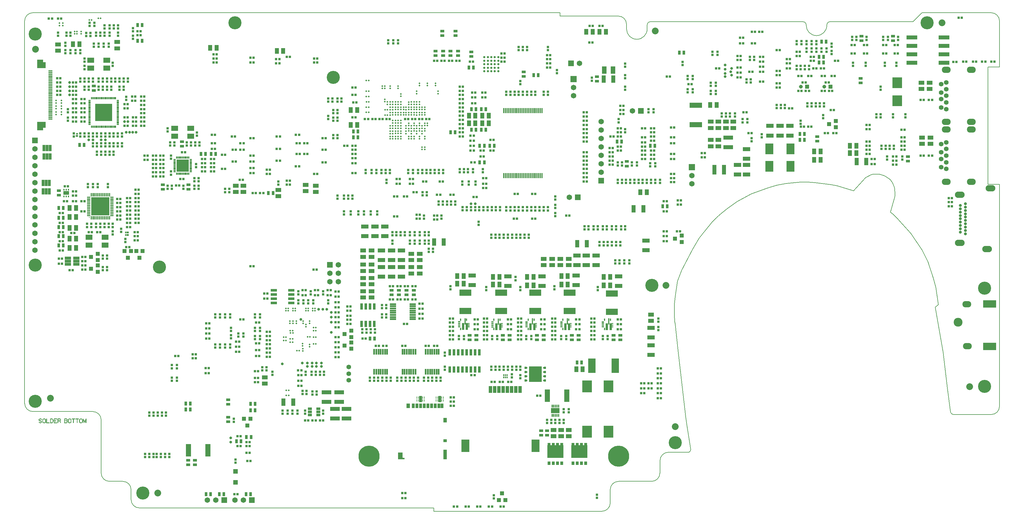
<source format=gbr>
*
G04 Job   : D:\PD-Master\Mas\Mas100n1 ACB_0001_0\Mas100n1 PPC_PORTABILE R_0.pcb*
G04 User  : SHINA:Administrator*
G04 Layer : L-SoldermaskBottom.gbr*
G04 Date  : Thu Feb 04 15:45:01 2021*
G04 RSM MASTER DESIGN srl*
%ICAS*%
%MOMM*%
%FSLAX24Y24*%
%OFA0.0000B0.0000*%
G90*
G74*
%AMVB_RECTANGLE*
21,1,$1,$2,0,0,$3*
%
%AMVB_FINGER0*
$3=$1/2*
$4=$2/2*
$5=0-$4*
1,1,$2,$3-$4,0*
21,1,$1-$4,$2,$5/2,0,0*
%
%AMVB_FINGER90*
$3=$1/2*
$4=$2/2*
$5=0-$4*
1,1,$2,0,$3-$4*
21,1,$2,$1-$4,0,$5/2,0*
%
%AMVB_FINGER180*
$3=$1/2*
$4=$2/2*
1,1,$2,$4-$3,0*
21,1,$1-$4,$2,$4/2,0,0*
%
%AMVB_FINGER270*
$3=$1/2*
$4=$2/2*
1,1,$2,0,$4-$3*
21,1,$2,$1-$4,0,$4/2,0*
%
%AMVB_RCRECTANGLE*
$3=$3X2*
21,1,$1-$3,$2,0,0,0*
21,1,$1,$2-$3,0,0,0*
$1=$1/2*
$2=$2/2*
$3=$3/2*
$1=$1-$3*
$2=$2-$3*
1,1,$3X2,0-$1,0-$2*
1,1,$3X2,0-$1,$2*
1,1,$3X2,$1,$2*
1,1,$3X2,$1,0-$2*
%
%ADD10C,0.15000*%
%ADD88C,0.38100*%
%ADD71C,0.50800*%
%ADD79C,0.63500*%
%ADD67C,0.66040*%
%ADD13C,0.81280*%
%ADD61C,0.88900*%
%ADD64C,1.14300*%
%ADD40C,1.39700*%
%ADD52C,1.65100*%
%ADD11C,2.03200*%
%ADD76C,2.66700*%
%ADD72C,3.93700*%
%ADD60C,6.35000*%
%ADD47O,2.66700X1.90500*%
%ADD62O,2.92100X1.90500*%
%ADD65VB_RECTANGLE,1.14300X1.14300X0.00000*%
%ADD51VB_RECTANGLE,1.65100X1.65100X90.00000*%
%ADD68VB_RECTANGLE,1.90500X1.90500X0.00000*%
%ADD38VB_RECTANGLE,0.42500X0.37000X270.00000*%
%ADD78VB_RECTANGLE,0.45000X0.35000X270.00000*%
%ADD77VB_RECTANGLE,0.55000X0.35000X270.00000*%
%ADD26VB_RECTANGLE,0.65000X0.30000X0.00000*%
%ADD27VB_RECTANGLE,0.65000X0.30000X270.00000*%
%ADD35VB_RECTANGLE,0.71120X0.50800X180.00000*%
%ADD12VB_RECTANGLE,0.73660X0.68580X0.00000*%
%ADD14VB_RECTANGLE,0.73660X0.68580X270.00000*%
%ADD57VB_RECTANGLE,0.75000X0.25000X270.00000*%
%ADD33VB_RECTANGLE,0.80000X0.35000X90.00000*%
%ADD66VB_RECTANGLE,0.88900X1.01600X0.00000*%
%ADD43VB_RECTANGLE,1.10000X0.90000X0.00000*%
%ADD18VB_RECTANGLE,1.14300X0.76200X0.00000*%
%ADD17VB_RECTANGLE,1.14300X0.76200X90.00000*%
%ADD48VB_RECTANGLE,1.14300X1.14300X0.00000*%
%ADD50VB_RECTANGLE,1.14300X1.14300X270.00000*%
%ADD55VB_RECTANGLE,1.24460X0.35560X0.00000*%
%ADD44VB_RECTANGLE,1.30000X0.80000X90.00000*%
%ADD42VB_RECTANGLE,1.30000X1.10000X90.00000*%
%ADD54VB_RECTANGLE,1.39700X1.39700X0.00000*%
%ADD46VB_RECTANGLE,1.57480X0.33020X270.00000*%
%ADD53VB_RECTANGLE,1.65100X0.50800X270.00000*%
%ADD73VB_RECTANGLE,1.65100X1.14300X180.00000*%
%ADD25VB_RECTANGLE,1.65100X1.14300X270.00000*%
%ADD85VB_RECTANGLE,1.80000X0.80000X180.00000*%
%ADD80VB_RECTANGLE,1.80000X0.80000X270.00000*%
%ADD28VB_RECTANGLE,1.90000X0.30000X270.00000*%
%ADD56VB_RECTANGLE,1.90000X0.90000X270.00000*%
%ADD69VB_RECTANGLE,1.90500X0.50800X0.00000*%
%ADD87VB_RECTANGLE,1.90500X0.76200X180.00000*%
%ADD31VB_RECTANGLE,1.90500X0.76200X90.00000*%
%ADD58VB_RECTANGLE,2.00000X1.05000X270.00000*%
%ADD45VB_RECTANGLE,2.03200X1.52400X0.00000*%
%ADD29VB_RECTANGLE,2.10000X0.60000X270.00000*%
%ADD19VB_RECTANGLE,2.15900X1.14300X0.00000*%
%ADD70VB_RECTANGLE,2.15900X1.14300X90.00000*%
%ADD49VB_RECTANGLE,2.15900X1.39700X270.00000*%
%ADD32VB_RECTANGLE,2.50000X1.50000X180.00000*%
%ADD41VB_RECTANGLE,2.90000X1.10000X90.00000*%
%ADD30VB_RECTANGLE,2.92100X1.14300X0.00000*%
%ADD37VB_RECTANGLE,2.92100X1.14300X90.00000*%
%ADD86VB_RECTANGLE,3.17500X1.14300X0.00000*%
%ADD34VB_RECTANGLE,3.17500X2.41300X270.00000*%
%ADD74VB_RECTANGLE,3.20000X2.80000X90.00000*%
%ADD24VB_RECTANGLE,3.50000X2.90000X270.00000*%
%ADD16VB_RECTANGLE,3.55600X1.90500X0.00000*%
%ADD39VB_RECTANGLE,3.68300X1.52400X0.00000*%
%ADD36VB_RECTANGLE,3.68300X1.52400X90.00000*%
%ADD59VB_RECTANGLE,3.80000X2.30000X270.00000*%
%ADD75VB_RECTANGLE,3.93700X2.15900X180.00000*%
%ADD63VB_RECTANGLE,4.31800X2.15900X270.00000*%
%ADD21VB_FINGER0,0.70000X0.35000*%
%ADD23VB_FINGER90,0.70000X0.35000*%
%ADD22VB_FINGER180,0.70000X0.35000*%
%ADD20VB_FINGER270,0.70000X0.35000*%
%ADD89VB_FINGER0,0.90000X0.60000*%
%ADD90VB_FINGER180,0.90000X0.60000*%
%ADD83VB_FINGER0,1.02870X0.41910*%
%ADD81VB_FINGER90,1.02870X0.41910*%
%ADD84VB_FINGER180,1.02870X0.41910*%
%ADD82VB_FINGER270,1.02870X0.41910*%
%ADD15VB_RCRECTANGLE,0.45000X0.45000X0.13000*%
G01*
G36*
X37500Y1172000D02*
Y1146000D01*
X55500*
Y1154000*
X63500*
Y1172000*
X37500*
Y1333000D02*
Y1359000D01*
X55500*
Y1351000*
X63500*
Y1333000*
X37500*
X116500Y952000D02*
X133500D01*
Y963000*
X116500*
Y952000*
X160802Y1133770D02*
Y1135040D01*
G03X157500Y1138342I3302*
X154198Y1135040J3302*
G01Y1133770*
X160802*
X195000Y883000D02*
X193000Y885000D01*
X195000*
Y883000*
X200250Y890250D02*
X254750D01*
Y944750*
X200250*
Y890250*
X212000Y1174500D02*
X263000D01*
Y1225500*
X212000*
Y1174500*
X457000Y1022000D02*
X493000D01*
Y1058000*
X457000*
Y1022000*
X1136000Y176500D02*
Y162207D01*
X1137207Y161000*
X1141500*
Y156500*
X1122000*
Y176500*
X1136000*
X1331300Y553900D02*
X1337000D01*
Y556600*
X1331300*
Y553900*
Y558900D02*
X1337000D01*
Y561600*
X1331300*
Y558900*
Y563900D02*
X1337000D01*
Y566600*
X1331300*
Y563900*
X1431300Y553400D02*
X1437000D01*
Y556100*
X1431300*
Y553400*
Y558400D02*
X1437000D01*
Y561100*
X1431300*
Y558400*
Y563400D02*
X1437000D01*
Y566100*
X1431300*
Y563400*
X1516000Y389500D02*
X1554000D01*
Y435500*
X1516000*
Y389500*
X1534050Y553650D02*
X1539750D01*
Y556350*
X1534050*
Y553650*
Y558650D02*
X1539750D01*
Y561350*
X1534050*
Y558650*
Y563650D02*
X1539750D01*
Y566350*
X1534050*
Y563650*
X1570870Y161070D02*
X1619130D01*
Y199170*
X1570870*
Y161070*
X1638550Y553650D02*
X1644250D01*
Y556350*
X1638550*
Y553650*
Y558650D02*
X1644250D01*
Y561350*
X1638550*
Y558650*
Y563650D02*
X1644250D01*
Y566350*
X1638550*
Y563650*
X1643370Y161070D02*
X1691630D01*
Y199170*
X1643370*
Y161070*
X1763550Y553650D02*
X1769250D01*
Y556350*
X1763550*
Y553650*
Y558650D02*
X1769250D01*
Y561350*
X1763550*
Y558650*
Y563650D02*
X1769250D01*
Y566350*
X1763550*
Y563650*
G37*
G54D10*
X44296Y267105D02*
X44320Y267081D01*
X44344Y267057*
X44368Y267045*
X46480Y266073*
X46504Y266061*
X46564*
X48148*
X48184*
X48208*
X48232*
X48244Y266073*
X48268*
X50380Y267045*
X50452Y267105*
X51580Y268101*
X51604Y268125*
X51616Y268149*
X51628Y268173*
X51640Y268197*
Y268233*
X51652Y268245*
Y268269*
Y269997*
X51640Y270045*
X51616Y270105*
X51604Y270153*
X51568Y270213*
X49936Y271437*
X49852Y271461*
X45052Y273093*
X43576Y274245*
Y275745*
X44608Y276945*
X46576Y277569*
X48172*
X50152Y276957*
X51244Y275685*
X51280Y275649*
X51316Y275625*
X51352Y275613*
X51400*
X51484Y275637*
X51556Y275697*
X51616Y275769*
X51652Y275853*
Y275937*
X51604Y276009*
X50476Y277329*
X50428Y277365*
X50368Y277377*
X50356*
Y277401*
X48268Y278025*
X48232Y278049*
X48196Y278061*
X46564*
X46516Y278049*
X46480Y278025*
X44404Y277389*
X44392Y277377*
X44344Y277365*
X44284Y277317*
X43156Y275997*
X43108Y275949*
X43096Y275913*
X43084Y275853*
Y274113*
X43096Y274041*
X43120Y273981*
X43144Y273945*
X43168Y273921*
X43192Y273909*
X44800Y272673*
X44824Y272661*
X44872*
X49660Y271029*
X51172Y269865*
Y268365*
X50176Y267501*
X48124Y266553*
X46624*
X44572Y267501*
X43492Y268461*
X43408Y268497*
X43324*
X43240Y268461*
X43180Y268401*
X43132Y268329*
X43096Y268245*
Y268209*
X43108Y268173*
X43132Y268125*
X43168Y268101*
X44284Y267105*
X44296*
X54916Y268833D02*
Y275289D01*
X55156Y276441*
X55636Y277017*
X56800Y277437*
X57928Y277569*
X59476*
X59500*
X60628Y277437*
X61780Y277017*
X62260Y276441*
X62512Y275289*
Y268833*
X62272Y267705*
X61804Y267273*
X60580Y266673*
X59500Y266553*
X57952*
X57928*
X56836Y266673*
X55624Y267273*
X55156Y267705*
X54916Y268833*
X62032Y266829D02*
X62104Y266889D01*
X62668Y267417*
X62680Y267453*
X62740Y267537*
X62992Y268737*
Y268821*
Y275289*
Y275385*
X62740Y276585*
X62716Y276609*
X62704Y276633*
X62692Y276645*
X62668Y276693*
X62104Y277389*
X62080*
X62068Y277413*
Y277425*
X62032Y277449*
X61996Y277461*
X60748Y277869*
X60712Y277893*
X60676Y277905*
X59548Y278061*
X59536*
X57916*
X57868*
X57856*
X56740Y277905*
X56704Y277893*
X56668Y277869*
X55432Y277461*
X55384Y277437*
X55372Y277425*
X55336Y277389*
X54748Y276693*
X54724Y276657*
X54712*
X54688Y276621*
X54676Y276585*
X54424Y275385*
X54412Y275337*
X54424Y275289*
Y268821*
X54412Y268785*
X54424Y268737*
X54676Y267537*
X54688Y267477*
X54736Y267453*
Y267441*
X54772Y267417*
X55336Y266889*
X55348*
X55420Y266829*
X56668Y266229*
X56692Y266217*
X56716*
X56740*
X57856Y266061*
X57904*
X57916*
X59500*
X59536*
X59548*
X60676Y266217*
X60700*
X60724Y266229*
X60748*
X62032Y266829*
X66256Y277821D02*
X66232Y277905D01*
X66184Y277977*
X66100Y278013*
X66004Y278025*
X65920Y278013*
X65836Y277977*
X65788Y277905*
X65764Y277821*
Y266301*
X65788Y266205*
X65848Y266145*
X65908Y266085*
X66004Y266061*
X74092*
X74188Y266085*
X74248Y266133*
X74284Y266217*
X74296Y266301*
X74284Y266397*
X74248Y266481*
X74188Y266529*
X74092Y266553*
X66256*
Y277821*
X84124Y275457D02*
X84832Y274425D01*
X85180Y272133*
X84832Y269661*
X84112Y268065*
X83116Y267021*
X82144Y266553*
X77596*
Y277569*
X82120*
X83080Y276861*
X84100Y275469*
X84124Y275457*
X85336Y274569D02*
X85324Y274593D01*
X85312Y274617*
X85288Y274653*
Y274665*
X84532Y275709*
X84508Y275745*
X83464Y277185*
X83440Y277209*
X83416Y277221*
Y277245*
X82348Y278013*
X82288Y278037*
X82252Y278049*
X82216Y278061*
X77344*
X77260Y278037*
X77188Y277977*
X77128Y277917*
X77104Y277821*
Y266301*
X77128Y266205*
X77188Y266145*
X77260Y266085*
X77344Y266061*
X82216*
X82300Y266073*
X83344Y266577*
X83416Y266625*
X83428Y266649*
X84496Y267777*
X84520Y267801*
X84544Y267861*
X85312Y269493*
X85324Y269517*
X85336Y269541*
Y269553*
X85684Y272097*
Y272169*
X85336Y274569*
X88684Y278061D02*
X88588Y278037D01*
X88528Y277977*
X88468Y277905*
X88444Y277821*
Y266301*
X88468Y266205*
X88528Y266145*
X88588Y266085*
X88684Y266061*
X96772*
X96868Y266085*
X96928Y266133*
X96964Y266217*
X96976Y266301*
X96964Y266397*
X96928Y266481*
X96868Y266529*
X96772Y266553*
X88936*
Y271821*
X94372*
X94468Y271845*
X94528Y271893*
X94564Y271977*
X94576Y272061*
X94564Y272145*
X94528Y272217*
X94468Y272277*
X94372Y272301*
X88936*
Y277569*
X96772*
X96868Y277593*
X96928Y277641*
X96964Y277725*
X96976Y277809*
X96964Y277905*
X96928Y277989*
X96868Y278037*
X96772Y278061*
X88684*
X100276Y277569D02*
X106024D01*
X107044Y276813*
X107872Y275685*
Y274209*
X107020Y273033*
X106024Y272301*
X100276*
Y277569*
X107428Y277137D02*
X107392Y277161D01*
X107368Y277173*
Y277185*
X106240Y278013*
X106180Y278037*
X106144Y278049*
X106084Y278061*
X100024*
X99928Y278037*
X99868Y277977*
X99808Y277917*
X99784Y277821*
Y266301*
X99808Y266205*
X99856Y266145*
X99940Y266109*
X100024Y266097*
X100120Y266109*
X100204Y266145*
X100252Y266205*
X100276Y266301*
Y271821*
X105916*
X107884Y266229*
X107932Y266145*
X108016Y266097*
X108112Y266085*
X108196Y266109*
X108268Y266157*
X108328Y266217*
X108352Y266289*
X108340Y266385*
X106384Y271953*
X107368Y272673*
X107404Y272709*
X107440Y272781*
X108316Y273969*
Y273993*
X108328Y274005*
X108340Y274017*
Y274053*
X108352Y274077*
Y274113*
Y275769*
X108340Y275817*
Y275841*
X108328Y275865*
X108316Y275877*
Y275901*
X107428Y277137*
X120196Y272781D02*
X125740D01*
X127060Y273465*
X127792Y274905*
Y275769*
X127072Y276801*
X125788Y277569*
X120196*
Y272781*
X125680Y272289D02*
X120196D01*
Y266553*
X125860*
X127060Y267309*
X127792Y268821*
Y269937*
X127072Y271065*
X125680Y272289*
X127396Y266949D02*
X126016Y266061D01*
X119944*
X119860Y266085*
X119776Y266133*
X119728Y266217*
X119704Y266301*
Y277821*
X119728Y277905*
X119776Y277977*
X119860Y278037*
X119944Y278061*
X125944*
X127384Y277185*
X128272Y275913*
Y274809*
X127396Y273105*
X126220Y272493*
X127384Y271425*
X128272Y270057*
Y268713*
X127396Y266949*
X131536Y268833D02*
Y275289D01*
X131776Y276441*
X132256Y277017*
X133420Y277437*
X134548Y277569*
X136096*
X136120*
X137248Y277437*
X138400Y277017*
X138880Y276441*
X139132Y275289*
Y268833*
X138892Y267705*
X138424Y267273*
X137200Y266673*
X136120Y266553*
X134572*
X134548*
X133456Y266673*
X132244Y267273*
X131776Y267705*
X131536Y268833*
X138652Y266829D02*
X138724Y266889D01*
X139288Y267417*
X139300Y267453*
X139360Y267537*
X139612Y268737*
Y268821*
Y275289*
Y275385*
X139360Y276585*
X139336Y276609*
X139324Y276633*
X139312Y276645*
X139288Y276693*
X138724Y277389*
X138700*
X138688Y277413*
Y277425*
X138652Y277449*
X138616Y277461*
X137368Y277869*
X137332Y277893*
X137296Y277905*
X136168Y278061*
X136156*
X134536*
X134488*
X134476*
X133360Y277905*
X133324Y277893*
X133288Y277869*
X132052Y277461*
X132004Y277437*
X131992Y277425*
X131956Y277389*
X131368Y276693*
X131344Y276657*
X131332*
X131308Y276621*
X131296Y276585*
X131044Y275385*
X131032Y275337*
X131044Y275289*
Y268821*
X131032Y268785*
X131044Y268737*
X131296Y267537*
X131308Y267477*
X131356Y267453*
Y267441*
X131392Y267417*
X131956Y266889*
X131968*
X132040Y266829*
X133288Y266229*
X133312Y266217*
X133336*
X133360*
X134476Y266061*
X134524*
X134536*
X136120*
X136156*
X136168*
X137296Y266217*
X137320*
X137344Y266229*
X137368*
X138652Y266829*
X142624Y278061D02*
X142528Y278037D01*
X142468Y277989*
X142432Y277905*
X142420Y277809*
X142432Y277725*
X142468Y277641*
X142528Y277593*
X142624Y277569*
X146428*
Y266301*
X146452Y266217*
X146500Y266145*
X146584Y266109*
X146668Y266097*
X146752Y266109*
X146836Y266145*
X146884Y266217*
X146908Y266301*
Y277569*
X150712*
X150808Y277593*
X150868Y277641*
X150904Y277725*
X150916Y277809*
X150904Y277905*
X150868Y277989*
X150808Y278037*
X150712Y278061*
X142624*
X153964D02*
X153868Y278037D01*
X153808Y277989*
X153772Y277905*
X153760Y277809*
X153772Y277725*
X153808Y277641*
X153868Y277593*
X153964Y277569*
X157768*
Y266301*
X157792Y266217*
X157840Y266145*
X157924Y266109*
X158008Y266097*
X158092Y266109*
X158176Y266145*
X158224Y266217*
X158248Y266301*
Y277569*
X162052*
X162148Y277593*
X162208Y277641*
X162244Y277725*
X162256Y277809*
X162244Y277905*
X162208Y277989*
X162148Y278037*
X162052Y278061*
X153964*
X165556Y268833D02*
Y275289D01*
X165796Y276441*
X166276Y277017*
X167440Y277437*
X168568Y277569*
X170116*
X170140*
X171268Y277437*
X172420Y277017*
X172900Y276441*
X173152Y275289*
Y268833*
X172912Y267705*
X172444Y267273*
X171220Y266673*
X170140Y266553*
X168592*
X168568*
X167476Y266673*
X166264Y267273*
X165796Y267705*
X165556Y268833*
X172672Y266829D02*
X172744Y266889D01*
X173308Y267417*
X173320Y267453*
X173380Y267537*
X173632Y268737*
Y268821*
Y275289*
Y275385*
X173380Y276585*
X173356Y276609*
X173344Y276633*
X173332Y276645*
X173308Y276693*
X172744Y277389*
X172720*
X172708Y277413*
Y277425*
X172672Y277449*
X172636Y277461*
X171388Y277869*
X171352Y277893*
X171316Y277905*
X170188Y278061*
X170176*
X168556*
X168508*
X168496*
X167380Y277905*
X167344Y277893*
X167308Y277869*
X166072Y277461*
X166024Y277437*
X166012Y277425*
X165976Y277389*
X165388Y276693*
X165364Y276657*
X165352*
X165328Y276621*
X165316Y276585*
X165064Y275385*
X165052Y275337*
X165064Y275289*
Y268821*
X165052Y268785*
X165064Y268737*
X165316Y267537*
X165328Y267477*
X165376Y267453*
Y267441*
X165412Y267417*
X165976Y266889*
X165988*
X166060Y266829*
X167308Y266229*
X167332Y266217*
X167356*
X167380*
X168496Y266061*
X168544*
X168556*
X170140*
X170176*
X170188*
X171316Y266217*
X171340*
X171364Y266229*
X171388*
X172672Y266829*
X176884Y277893D02*
X176848Y277941D01*
X176800Y277989*
X176752Y278001*
X176692Y278013*
X176608Y278025*
X176512Y278001*
X176464Y277965*
X176428Y277929*
X176416Y277881*
X176404Y277821*
Y277797*
Y266301*
X176428Y266217*
X176476Y266145*
X176560Y266109*
X176644Y266097*
X176740Y266109*
X176824Y266145*
X176872Y266217*
X176896Y266301*
Y276489*
X180460Y267057*
X180496Y266997*
X180544Y266949*
X180604Y266925*
X180688*
X180772*
X180832Y266949*
X180892Y266997*
X180928Y267057*
X184492Y276489*
Y266301*
X184516Y266217*
X184564Y266145*
X184648Y266109*
X184732Y266097*
X184816Y266109*
X184900Y266145*
X184948Y266217*
X184972Y266301*
Y277821*
X184936Y277929*
X184876Y278001*
X184780Y278025*
X184660Y278013*
X184612Y278001*
X184576Y277989*
X184540Y277941*
X184504Y277893*
X184492Y277857*
X180688Y267813*
X176896Y277857*
X176884Y277893*
X2930000Y1337000D02*
X2895000D01*
Y984000*
X2930000*
Y316000*
G02X2905000Y291000I25000*
G01X2792719*
G02X2782812Y299638J10000*
G01X2773000Y371000*
X2761000Y478000*
X2737000Y614000*
X2746000Y622000*
X2739000Y674000*
X2731000Y702000*
X2715000Y751000*
X2697000Y786000*
X2663000Y836000*
X2623000Y881000*
X2610000Y894000*
X2602000Y900000*
X2609000Y924000*
X2615000Y945000*
X2616000Y950000*
Y956000*
X2615000Y969000*
X2614000Y974000*
X2611000Y983000*
X2608000Y989000*
X2601000Y998000*
X2588000Y1007000*
X2583000Y1010000*
X2569000Y1014000*
X2550000*
X2544000Y1012000*
X2528000Y1004000*
X2491000Y964000*
X2441000Y979000*
X2423000Y983000*
X2375000Y989000*
X2354000Y990000*
X2332000*
X2289000Y986000*
X2261000Y981000*
X2233000Y973000*
X2184000Y955000*
X2142000Y932000*
X2112000Y911000*
X2090000Y893000*
X2080000Y884000*
X2066000Y870000*
X2044000Y843000*
X2027000Y822000*
X2007000Y787000*
X1975000Y725000*
X1962000Y692000*
X1955000Y647000*
X1953000Y623000*
Y591000*
X1954000Y571000*
X1955000Y563000*
X1963000Y491000*
X1982000Y329000*
X1987000Y285000*
X1990000Y261000*
X2001575Y185994*
G02X2001663Y184850I7412J1144*
X1996833Y177841I7500*
G01X1934619Y177597*
G03X1909719Y152883I98J25000*
G01X1909282Y114714*
G02X1884284Y90000I24998J286*
G01X1785000*
G03X1760000Y65000J25000*
G01Y25000*
G02X1735000Y0I25000*
G01X1230000*
Y10000*
X345000*
G02X320000Y35000J25000*
G01Y65000*
G03X295000Y90000I25000*
G01X255000*
G02X230000Y115000J25000*
G01Y275000*
G03X205000Y300000I25000*
G01X25000*
G02X0Y325000J25000*
G01Y1475000*
G02X25000Y1500000I25000*
G01X1609000*
Y1490000*
X1784000*
G02X1809000Y1465000J25000*
G01Y1451000*
G03X1840000Y1420000I31000*
X1871000Y1451000J31000*
G01Y1463000*
G02X1881000Y1473000I10000*
G01X2339000*
G02X2349000Y1463000J10000*
G01Y1462000*
G03X2380000Y1431000I31000*
X2411000Y1462000J31000*
G01Y1463000*
G02X2421000Y1473000I10000*
G01X2670000*
X2697500Y1500000*
X2905000*
G02X2930000Y1475000J25000*
G01Y1337000*
G54D11*
X32500Y1390000D03*
X77500Y340000D03*
X400000Y55000D03*
X1895000Y1445000D03*
X1927500Y680000D03*
X1955000Y255000D03*
X2757500Y1470000D03*
X2840000Y375000D03*
G54D12*
X100500Y1430301D03*
Y1439699D03*
X122500Y1377801D03*
Y1387199D03*
Y1400301D03*
Y1409699D03*
X125500Y1430301D03*
Y1439699D03*
X130000Y1175301D03*
Y1184699D03*
Y1200301D03*
Y1209699D03*
X137500Y1377801D03*
Y1387199D03*
X138000Y1430301D03*
Y1439699D03*
X147500Y1127801D03*
Y1137199D03*
X152500Y1377801D03*
Y1387199D03*
X167500Y1127801D03*
Y1137199D03*
Y1292801D03*
Y1302199D03*
Y1377801D03*
Y1387199D03*
X180000Y1127801D03*
Y1137199D03*
Y1267801D03*
Y1277199D03*
Y1292801D03*
Y1302199D03*
Y1330301D03*
Y1339699D03*
Y1352801D03*
Y1362199D03*
X185000Y1429801D03*
Y1439199D03*
X187500Y855301D03*
Y864699D03*
X190000Y975301D03*
Y984699D03*
X192500Y1127801D03*
Y1137199D03*
Y1267801D03*
Y1277199D03*
Y1292801D03*
Y1302199D03*
X195000Y1460301D03*
Y1469699D03*
X197500Y1429801D03*
Y1439199D03*
X200000Y855301D03*
Y864699D03*
X205000Y975301D03*
Y984699D03*
Y1097801D03*
Y1107199D03*
Y1127801D03*
Y1137199D03*
Y1292801D03*
Y1302199D03*
X207500Y1397801D03*
Y1407199D03*
X210000Y1460301D03*
Y1469699D03*
X215000Y855301D03*
Y864699D03*
Y1430301D03*
Y1439699D03*
X217500Y1072801D03*
Y1082199D03*
Y1097801D03*
Y1107199D03*
Y1127801D03*
Y1137199D03*
X220000Y975301D03*
Y984699D03*
X222500Y1267801D03*
Y1277199D03*
Y1292801D03*
Y1302199D03*
Y1397801D03*
Y1407199D03*
X227500Y855301D03*
Y864699D03*
Y1430301D03*
Y1439699D03*
X230000Y1072801D03*
Y1082199D03*
Y1097801D03*
Y1107199D03*
Y1127801D03*
Y1137199D03*
X235000Y725301D03*
Y734699D03*
Y760301D03*
Y769699D03*
Y1267801D03*
Y1277199D03*
Y1292801D03*
Y1302199D03*
X237500Y1397801D03*
Y1407199D03*
X240000Y855301D03*
Y864699D03*
Y1430301D03*
Y1439699D03*
Y1452801D03*
Y1462199D03*
X242500Y1072801D03*
Y1082199D03*
Y1097801D03*
Y1107199D03*
Y1127801D03*
Y1137199D03*
X247500Y725301D03*
Y734699D03*
Y760301D03*
Y769699D03*
Y1267801D03*
Y1277199D03*
Y1292801D03*
Y1302199D03*
X250000Y975301D03*
Y984699D03*
X252500Y855301D03*
Y864699D03*
Y1397801D03*
Y1407199D03*
X255000Y1072801D03*
Y1082199D03*
Y1097801D03*
Y1107199D03*
Y1127801D03*
Y1137199D03*
Y1430301D03*
Y1439699D03*
Y1452801D03*
Y1462199D03*
X260000Y1267801D03*
Y1277199D03*
Y1292801D03*
Y1302199D03*
X265000Y832801D03*
Y842199D03*
Y855301D03*
Y864699D03*
Y1340301D03*
Y1349699D03*
X267500Y1072801D03*
Y1082199D03*
Y1097801D03*
Y1107199D03*
Y1127801D03*
Y1137199D03*
X268000Y1452801D03*
Y1462199D03*
X272500Y1292801D03*
Y1302199D03*
X280000Y1097801D03*
Y1107199D03*
Y1127801D03*
Y1137199D03*
X280500Y1430301D03*
Y1439699D03*
Y1452801D03*
Y1462199D03*
X285000Y1267801D03*
Y1277199D03*
Y1292801D03*
Y1302199D03*
X290000Y840301D03*
Y849699D03*
X292500Y1097801D03*
Y1107199D03*
Y1127801D03*
Y1137199D03*
X297500Y1267801D03*
Y1277199D03*
Y1292801D03*
Y1302199D03*
X302500Y810301D03*
Y819699D03*
X305000Y1237801D03*
Y1247199D03*
X310000Y1292801D03*
Y1302199D03*
X325500Y1421301D03*
Y1430699D03*
Y1443801D03*
Y1453199D03*
X362000Y162801D03*
Y172199D03*
X374500Y162801D03*
Y172199D03*
X375000Y287801D03*
Y297199D03*
X387000Y162801D03*
Y172199D03*
X387500Y287801D03*
Y297199D03*
X397000Y162801D03*
Y172199D03*
X400000Y287801D03*
Y297199D03*
X409500Y162801D03*
Y172199D03*
X412500Y287801D03*
Y297199D03*
X422000Y162801D03*
Y172199D03*
X425000Y287801D03*
Y297199D03*
X430000Y970301D03*
Y979699D03*
Y1142801D03*
Y1152199D03*
X434500Y162801D03*
Y172199D03*
X437500Y1100301D03*
Y1109699D03*
X440000Y1012801D03*
Y1022199D03*
Y1060301D03*
Y1069699D03*
X442500Y392801D03*
Y402199D03*
Y430301D03*
Y439699D03*
Y970301D03*
Y979699D03*
X450000Y1100301D03*
Y1109699D03*
X457500Y392801D03*
Y402199D03*
Y430301D03*
Y439699D03*
X477500Y970301D03*
Y979699D03*
X487500Y1100301D03*
Y1109699D03*
X500000Y1100301D03*
Y1109699D03*
X510000Y970301D03*
Y979699D03*
Y992801D03*
Y1002199D03*
X512500Y1100301D03*
Y1109699D03*
X515000Y1035301D03*
Y1044699D03*
X517500Y1130301D03*
Y1139699D03*
X522500Y970301D03*
Y979699D03*
Y992801D03*
Y1002199D03*
X525000Y1100301D03*
Y1109699D03*
X572500Y492801D03*
Y502199D03*
Y582801D03*
Y592199D03*
X587500Y492801D03*
Y502199D03*
Y582801D03*
Y592199D03*
X602500Y492801D03*
Y502199D03*
Y582801D03*
Y592199D03*
Y960301D03*
Y969699D03*
X615000Y960301D03*
Y969699D03*
X617500Y492801D03*
Y502199D03*
Y582801D03*
Y592199D03*
X620000Y520301D03*
Y529699D03*
Y542801D03*
Y552199D03*
X629000Y268801D03*
Y278199D03*
X634000Y146301D03*
Y155699D03*
X642500Y525301D03*
Y534699D03*
X657500Y525301D03*
Y534699D03*
X692500Y517801D03*
Y527199D03*
Y542801D03*
Y552199D03*
Y582801D03*
Y592199D03*
X707500Y517801D03*
Y527199D03*
Y542801D03*
Y552199D03*
Y582801D03*
Y592199D03*
X714330Y423891D03*
Y433289D03*
X726830Y423891D03*
Y433289D03*
X745000Y410301D03*
Y419699D03*
X762500Y982801D03*
Y992199D03*
X775000Y293911D03*
Y303309D03*
X790000Y293911D03*
Y303309D03*
X805000Y293911D03*
Y303309D03*
X820000Y293911D03*
Y303309D03*
X822500Y625301D03*
Y634699D03*
Y652801D03*
Y662199D03*
X835000Y352801D03*
Y362199D03*
X837500Y625301D03*
Y634699D03*
X842500Y293911D03*
Y303309D03*
X845000Y410301D03*
Y419699D03*
X847500Y352801D03*
Y362199D03*
X852500Y625301D03*
Y634699D03*
X860000Y652801D03*
Y662199D03*
X862500Y410301D03*
Y419699D03*
X865000Y351411D03*
Y360809D03*
X867500Y625301D03*
Y634699D03*
X875000Y410301D03*
Y419699D03*
X877500Y351411D03*
Y360809D03*
X887500Y410301D03*
Y419699D03*
X897500Y293911D03*
Y303309D03*
Y652801D03*
Y662199D03*
X900000Y410301D03*
Y419699D03*
X912500Y625301D03*
Y634699D03*
Y1180301D03*
Y1189699D03*
Y1232801D03*
Y1242199D03*
X925000Y1232801D03*
Y1242199D03*
X927500Y1122801D03*
Y1132199D03*
Y1175301D03*
Y1184699D03*
Y1197801D03*
Y1207199D03*
X940000Y940301D03*
Y949699D03*
Y1122801D03*
Y1132199D03*
Y1175301D03*
Y1184699D03*
Y1197801D03*
Y1207199D03*
Y1232801D03*
Y1242199D03*
X952500Y1232801D03*
Y1242199D03*
X960000Y892801D03*
Y902199D03*
Y940301D03*
Y949699D03*
X972500Y940301D03*
Y949699D03*
X980000Y892801D03*
Y902199D03*
X985000Y940301D03*
Y949699D03*
X1002500Y892801D03*
Y902199D03*
X1015000Y537801D03*
Y547199D03*
X1020000Y892801D03*
Y902199D03*
X1025000Y1017801D03*
Y1027199D03*
X1027500Y537801D03*
Y547199D03*
X1037500Y392801D03*
Y402199D03*
X1040000Y537801D03*
Y547199D03*
Y892801D03*
Y902199D03*
X1042500Y1017801D03*
Y1027199D03*
X1050000Y392801D03*
Y402199D03*
X1052500Y537801D03*
Y547199D03*
X1057500Y1017801D03*
Y1027199D03*
X1060000Y892801D03*
Y902199D03*
X1062500Y392801D03*
Y402199D03*
X1072500Y1017801D03*
Y1027199D03*
X1074000Y583301D03*
Y592699D03*
Y610801D03*
Y620199D03*
X1075000Y392801D03*
Y402199D03*
X1085000Y1017801D03*
Y1027199D03*
X1086500Y583301D03*
Y592699D03*
Y610801D03*
Y620199D03*
X1087500Y392801D03*
Y402199D03*
Y987801D03*
Y997199D03*
X1092500Y1407801D03*
Y1417199D03*
X1097500Y1017801D03*
Y1027199D03*
X1100000Y392801D03*
Y402199D03*
X1105000Y805301D03*
Y814699D03*
Y830301D03*
Y839699D03*
X1107500Y1407801D03*
Y1417199D03*
X1117500Y830301D03*
Y839699D03*
X1120000Y392801D03*
Y402199D03*
X1122500Y1407801D03*
Y1417199D03*
X1130000Y830301D03*
Y839699D03*
X1132500Y392801D03*
Y402199D03*
X1142500Y830301D03*
Y839699D03*
X1145000Y392801D03*
Y402199D03*
X1152500Y1017801D03*
Y1027199D03*
X1157500Y392801D03*
Y402199D03*
Y805301D03*
Y814699D03*
Y830301D03*
Y839699D03*
X1167500Y1017801D03*
Y1027199D03*
X1170000Y392801D03*
Y402199D03*
X1172500Y805301D03*
Y814699D03*
Y830301D03*
Y839699D03*
X1182500Y392801D03*
Y402199D03*
Y1017801D03*
Y1027199D03*
X1187500Y805301D03*
Y814699D03*
Y830301D03*
Y839699D03*
X1195000Y1017801D03*
Y1027199D03*
X1195750Y950551D03*
Y959949D03*
X1200000Y392801D03*
Y402199D03*
Y880301D03*
Y889699D03*
X1202500Y805301D03*
Y814699D03*
Y830301D03*
Y839699D03*
X1207500Y1017801D03*
Y1027199D03*
X1208250Y950551D03*
Y959949D03*
X1212500Y392801D03*
Y402199D03*
X1215000Y780301D03*
Y789699D03*
Y805301D03*
Y814699D03*
Y830301D03*
Y839699D03*
X1220000Y1017801D03*
Y1027199D03*
X1225000Y392801D03*
Y402199D03*
X1227500Y780301D03*
Y789699D03*
X1232500Y1017801D03*
Y1027199D03*
X1237500Y392801D03*
Y402199D03*
X1244250Y922551D03*
Y931949D03*
X1245000Y1017801D03*
Y1027199D03*
X1250000Y392801D03*
Y402199D03*
X1252500Y880301D03*
Y889699D03*
X1256750Y922551D03*
Y931949D03*
X1257500Y1017801D03*
Y1027199D03*
X1262500Y425301D03*
Y434699D03*
Y467801D03*
Y477199D03*
X1269250Y922551D03*
Y931949D03*
X1280000Y667801D03*
Y677199D03*
X1281750Y922551D03*
Y931949D03*
X1294250Y922551D03*
Y931949D03*
X1305000Y517801D03*
Y527199D03*
X1307500Y1020301D03*
Y1029699D03*
X1315000Y982801D03*
Y992199D03*
X1316500Y905801D03*
Y915199D03*
X1320000Y517801D03*
Y527199D03*
Y1020301D03*
Y1029699D03*
X1329000Y905801D03*
Y915199D03*
X1332500Y1020301D03*
Y1029699D03*
X1335000Y982801D03*
Y992199D03*
X1341500Y905801D03*
Y915199D03*
X1347500Y1020301D03*
Y1029699D03*
X1354000Y905801D03*
Y915199D03*
X1355000Y982801D03*
Y992199D03*
X1364500Y861801D03*
Y871199D03*
X1366500Y905801D03*
Y915199D03*
X1377500Y1020301D03*
Y1029699D03*
X1379000Y905801D03*
Y915199D03*
X1387500Y665301D03*
Y674699D03*
X1391500Y905801D03*
Y915199D03*
X1402500Y425301D03*
Y434699D03*
Y822801D03*
Y832199D03*
X1404000Y905801D03*
Y915199D03*
X1405000Y517801D03*
Y527199D03*
X1410000Y38801D03*
Y48199D03*
X1415000Y425301D03*
Y434699D03*
Y822801D03*
Y832199D03*
X1416500Y905801D03*
Y915199D03*
X1420000Y517801D03*
Y527199D03*
X1427500Y425301D03*
Y434699D03*
Y822801D03*
Y832199D03*
X1429000Y905801D03*
Y915199D03*
X1440000Y425301D03*
Y434699D03*
Y822801D03*
Y832199D03*
X1447500Y905301D03*
Y914699D03*
Y1252801D03*
Y1262199D03*
X1452500Y425301D03*
Y434699D03*
Y822801D03*
Y832199D03*
X1460000Y905301D03*
Y914699D03*
Y1252801D03*
Y1262199D03*
X1463990Y402401D03*
Y411799D03*
X1465000Y425301D03*
Y434699D03*
Y822801D03*
Y832199D03*
X1472500Y905301D03*
Y914699D03*
Y1252801D03*
Y1262199D03*
X1475000Y695301D03*
Y704699D03*
X1477500Y425301D03*
Y434699D03*
Y822801D03*
Y832199D03*
X1485000Y905301D03*
Y914699D03*
Y1252801D03*
Y1262199D03*
Y1387801D03*
Y1397199D03*
X1490000Y400301D03*
Y409699D03*
Y425301D03*
Y434699D03*
Y665301D03*
Y674699D03*
Y822801D03*
Y832199D03*
Y1285301D03*
Y1294699D03*
X1497500Y905301D03*
Y914699D03*
Y1252801D03*
Y1262199D03*
Y1387801D03*
Y1397199D03*
X1502500Y822801D03*
Y832199D03*
X1507500Y517801D03*
Y527199D03*
X1510000Y905301D03*
Y914699D03*
Y1252801D03*
Y1262199D03*
Y1387801D03*
Y1397199D03*
X1515000Y822801D03*
Y832199D03*
X1522500Y517801D03*
Y527199D03*
Y905301D03*
Y914699D03*
Y1252801D03*
Y1262199D03*
X1535000Y905301D03*
Y914699D03*
Y1252801D03*
Y1262199D03*
X1547500Y905301D03*
Y914699D03*
X1560000Y905301D03*
Y914699D03*
Y1252801D03*
Y1262199D03*
X1570000Y265301D03*
Y274699D03*
X1572500Y905301D03*
Y914699D03*
Y1252801D03*
Y1262199D03*
Y1387801D03*
Y1397199D03*
X1582500Y265301D03*
Y274699D03*
X1592500Y667801D03*
Y677199D03*
X1595000Y265301D03*
Y274699D03*
Y887801D03*
Y897199D03*
Y912801D03*
Y922199D03*
Y937801D03*
Y947199D03*
X1600000Y1317801D03*
Y1327199D03*
X1607500Y265301D03*
Y274699D03*
X1612500Y517801D03*
Y527199D03*
X1620000Y265301D03*
Y274699D03*
Y297801D03*
Y307199D03*
X1627500Y517801D03*
Y527199D03*
X1635000Y297801D03*
Y307199D03*
X1682500Y847801D03*
Y857199D03*
X1695000Y847801D03*
Y857199D03*
X1705000Y1295301D03*
Y1304699D03*
X1710000Y847801D03*
Y857199D03*
X1720000Y40301D03*
Y49699D03*
X1722500Y665301D03*
Y674699D03*
Y847801D03*
Y857199D03*
X1727500Y800301D03*
Y809699D03*
X1737500Y517801D03*
Y527199D03*
Y847801D03*
Y857199D03*
X1740000Y800301D03*
Y809699D03*
X1750000Y847801D03*
Y857199D03*
X1752500Y517801D03*
Y527199D03*
Y800301D03*
Y809699D03*
X1765000Y800301D03*
Y809699D03*
Y847801D03*
Y857199D03*
X1775000Y745301D03*
Y754699D03*
X1777500Y800301D03*
Y809699D03*
Y847801D03*
Y857199D03*
X1782500Y987801D03*
Y997199D03*
Y1040301D03*
Y1049699D03*
X1785000Y1170301D03*
Y1179699D03*
X1787500Y745301D03*
Y754699D03*
X1790000Y800301D03*
Y809699D03*
X1792500Y847801D03*
Y857199D03*
X1795000Y987801D03*
Y997199D03*
Y1040301D03*
Y1049699D03*
X1802500Y745301D03*
Y754699D03*
X1805000Y847801D03*
Y857199D03*
Y1140301D03*
Y1149699D03*
Y1267801D03*
Y1277199D03*
Y1302801D03*
Y1312199D03*
Y1337801D03*
Y1347199D03*
X1807500Y987801D03*
Y997199D03*
X1817500Y745301D03*
Y754699D03*
X1820000Y987801D03*
Y997199D03*
X1825000Y1040301D03*
Y1049699D03*
X1832500Y987801D03*
Y997199D03*
X1840000Y1040301D03*
Y1049699D03*
X1845000Y987801D03*
Y997199D03*
X1857500Y987801D03*
Y997199D03*
X1870000Y987801D03*
Y997199D03*
X1875000Y1200301D03*
Y1209699D03*
X1880000Y1037801D03*
Y1047199D03*
X1882500Y987801D03*
Y997199D03*
X1890000Y1200301D03*
Y1209699D03*
X1895000Y987801D03*
Y997199D03*
Y1037801D03*
Y1047199D03*
X1905000Y545301D03*
Y554699D03*
Y570301D03*
Y579699D03*
X1910000Y987801D03*
Y997199D03*
X1977500Y1342801D03*
Y1352199D03*
X1992500Y1260301D03*
Y1269699D03*
Y1300301D03*
Y1309699D03*
X2007500Y1260301D03*
Y1269699D03*
Y1300301D03*
Y1309699D03*
X2062500Y1255301D03*
Y1264699D03*
Y1280301D03*
Y1289699D03*
X2067500Y1372801D03*
Y1382199D03*
X2077500Y1255301D03*
Y1264699D03*
Y1280301D03*
Y1289699D03*
X2082500Y1372801D03*
Y1382199D03*
X2095000Y1187801D03*
Y1197199D03*
X2107500Y1187801D03*
Y1197199D03*
X2120000Y1187801D03*
Y1197199D03*
X2135000Y1187801D03*
Y1197199D03*
X2157500Y1170301D03*
Y1179699D03*
X2170000Y1290301D03*
Y1299699D03*
X2172500Y1170301D03*
Y1179699D03*
X2180000Y1357801D03*
Y1367199D03*
X2182500Y1290301D03*
Y1299699D03*
X2185000Y1112801D03*
Y1122199D03*
X2192500Y1357801D03*
Y1367199D03*
X2215000Y1125301D03*
Y1134699D03*
X2260000Y1212801D03*
Y1222199D03*
X2272500Y1212801D03*
Y1222199D03*
X2285000Y1212801D03*
Y1222199D03*
X2320000Y1330301D03*
Y1339699D03*
Y1405301D03*
Y1414699D03*
X2332500Y1165301D03*
Y1174699D03*
Y1330301D03*
Y1339699D03*
X2335000Y1405301D03*
Y1414699D03*
X2345000Y1330301D03*
Y1339699D03*
X2350000Y1382801D03*
Y1392199D03*
Y1405301D03*
Y1414699D03*
X2352500Y1217801D03*
Y1227199D03*
X2357500Y1330301D03*
Y1339699D03*
X2365000Y1217801D03*
Y1227199D03*
Y1382801D03*
Y1392199D03*
Y1405301D03*
Y1414699D03*
X2377500Y1217801D03*
Y1227199D03*
X2380000Y1382801D03*
Y1392199D03*
Y1405301D03*
Y1414699D03*
X2390000Y1217801D03*
Y1227199D03*
X2395000Y1382801D03*
Y1392199D03*
X2400000Y1182801D03*
Y1192199D03*
X2402500Y1217801D03*
Y1227199D03*
X2410000Y1382801D03*
Y1392199D03*
X2425000Y1375301D03*
Y1384699D03*
Y1397801D03*
Y1407199D03*
X2487500Y1417801D03*
Y1427199D03*
X2490000Y1340301D03*
Y1349699D03*
X2500000Y1417801D03*
Y1427199D03*
X2527500Y1340301D03*
Y1349699D03*
X2530000Y1417801D03*
Y1427199D03*
X2560000Y1185301D03*
Y1194699D03*
X2572500Y1185301D03*
Y1194699D03*
Y1267801D03*
Y1277199D03*
X2575000Y1090301D03*
Y1099699D03*
X2580000Y1417801D03*
Y1427199D03*
X2585000Y1340301D03*
Y1349699D03*
X2587500Y1090301D03*
Y1099699D03*
X2592500Y1057801D03*
Y1067199D03*
X2595000Y1417801D03*
Y1427199D03*
X2600000Y1090301D03*
Y1099699D03*
X2610000Y1185301D03*
Y1194699D03*
X2612500Y1090301D03*
Y1099699D03*
X2620000Y1340301D03*
Y1349699D03*
X2625000Y1417801D03*
Y1427199D03*
X2637500Y1057801D03*
Y1067199D03*
X2647500Y1185301D03*
Y1194699D03*
G54D13*
X135000Y1252500D03*
Y1265000D03*
Y1277500D03*
Y1290000D03*
X192500Y1117500D03*
X205000D03*
X230000D03*
X242500D03*
X300000Y1172500D03*
X305000Y1140000D03*
X310000Y1172500D03*
X315000Y1140000D03*
X325000D03*
X335000D03*
X619000Y208500D03*
Y221000D03*
X774330Y443590D03*
X830330Y577590D03*
X834330Y446090D03*
X849330Y436090D03*
Y446090D03*
X864330Y436090D03*
Y446090D03*
X876830Y436090D03*
Y446090D03*
X883330Y607590D03*
X891830Y436090D03*
Y446090D03*
X895830Y607590D03*
X908330D03*
X921830Y538590D03*
Y568590D03*
Y583590D03*
Y598590D03*
X1341500Y925500D03*
X1354000D03*
X2105000Y1307500D03*
Y1317500D03*
Y1330000D03*
Y1342500D03*
X2122500Y1322500D03*
X2125000Y1312500D03*
Y1332500D03*
G54D14*
X72801Y1482500D03*
X82199D03*
X97801Y1252500D03*
Y1265000D03*
Y1277500D03*
Y1290000D03*
Y1302500D03*
X100301Y1482500D03*
X102801Y745000D03*
Y760000D03*
X105301Y785000D03*
Y812500D03*
Y840000D03*
Y867500D03*
Y897500D03*
X107199Y1252500D03*
Y1265000D03*
Y1277500D03*
Y1290000D03*
Y1302500D03*
X109699Y1482500D03*
X112199Y745000D03*
Y760000D03*
X114699Y785000D03*
Y812500D03*
Y840000D03*
Y867500D03*
Y897500D03*
X117801Y932500D03*
X120301Y977500D03*
X127199Y932500D03*
X129699Y977500D03*
X135301Y725000D03*
X140301Y837500D03*
X144699Y725000D03*
X145301Y932500D03*
Y950000D03*
Y962500D03*
Y1172500D03*
Y1185000D03*
Y1200000D03*
Y1212500D03*
Y1227500D03*
Y1240000D03*
Y1252500D03*
Y1265000D03*
Y1277500D03*
Y1290000D03*
X149699Y837500D03*
X154699Y932500D03*
Y950000D03*
Y962500D03*
Y1172500D03*
Y1185000D03*
Y1200000D03*
Y1212500D03*
Y1227500D03*
Y1240000D03*
Y1252500D03*
Y1265000D03*
Y1277500D03*
Y1290000D03*
X170301Y902500D03*
Y932500D03*
Y1172500D03*
Y1185000D03*
Y1200000D03*
Y1212500D03*
Y1227500D03*
Y1240000D03*
X172801Y727500D03*
Y740000D03*
Y752500D03*
Y765000D03*
X179699Y902500D03*
Y932500D03*
Y1172500D03*
Y1185000D03*
Y1200000D03*
Y1212500D03*
Y1227500D03*
Y1240000D03*
X182199Y727500D03*
Y740000D03*
Y752500D03*
Y765000D03*
X192801Y840000D03*
X202199D03*
X217801D03*
X227199D03*
X277801Y877500D03*
Y890000D03*
Y902500D03*
Y915000D03*
Y927500D03*
Y940000D03*
X287199Y877500D03*
Y890000D03*
Y902500D03*
Y915000D03*
Y927500D03*
Y940000D03*
X300301Y1160000D03*
Y1185000D03*
Y1212500D03*
Y1225000D03*
X305301Y795000D03*
X307801Y855000D03*
Y867500D03*
Y880000D03*
Y892500D03*
Y905000D03*
Y917500D03*
Y930000D03*
Y942500D03*
X309699Y1160000D03*
Y1185000D03*
Y1212500D03*
Y1225000D03*
X314699Y795000D03*
X317199Y855000D03*
Y867500D03*
Y880000D03*
Y892500D03*
Y905000D03*
Y917500D03*
Y930000D03*
Y942500D03*
X322801Y1235000D03*
Y1247500D03*
X325301Y1160000D03*
Y1172500D03*
Y1185000D03*
X330301Y815000D03*
Y827500D03*
Y840000D03*
X332199Y1235000D03*
Y1247500D03*
X332801Y867500D03*
Y880000D03*
Y892500D03*
Y905000D03*
Y917500D03*
Y930000D03*
Y942500D03*
Y955000D03*
Y967500D03*
X334699Y1160000D03*
Y1172500D03*
Y1185000D03*
X338801Y1432000D03*
Y1444500D03*
X339699Y815000D03*
Y827500D03*
Y840000D03*
X342199Y867500D03*
Y880000D03*
Y892500D03*
Y905000D03*
Y917500D03*
Y930000D03*
Y942500D03*
Y955000D03*
Y967500D03*
X348199Y1432000D03*
Y1444500D03*
X350301Y1160000D03*
Y1172500D03*
Y1185000D03*
Y1197500D03*
Y1210000D03*
Y1222500D03*
Y1235000D03*
Y1247500D03*
X359699Y1160000D03*
Y1172500D03*
Y1185000D03*
Y1197500D03*
Y1210000D03*
Y1222500D03*
Y1235000D03*
Y1247500D03*
X360301Y1057500D03*
Y1070000D03*
X369699Y1057500D03*
Y1070000D03*
X385301Y1007500D03*
Y1020000D03*
Y1032500D03*
Y1045000D03*
Y1057500D03*
Y1070000D03*
X394699Y1007500D03*
Y1020000D03*
Y1032500D03*
Y1045000D03*
Y1057500D03*
Y1070000D03*
X407801Y1007500D03*
Y1020000D03*
Y1032500D03*
Y1045000D03*
Y1057500D03*
Y1070000D03*
X417199Y1007500D03*
Y1020000D03*
Y1032500D03*
Y1045000D03*
Y1057500D03*
Y1070000D03*
X452801Y467500D03*
X455301Y980000D03*
X462199Y467500D03*
X464699Y980000D03*
X467801Y1000000D03*
X472801Y1080000D03*
X477199Y1000000D03*
X482199Y1080000D03*
X505301Y460000D03*
Y472500D03*
X514699Y460000D03*
Y472500D03*
X532801Y1022500D03*
Y1035000D03*
Y1047500D03*
Y1060000D03*
X542199Y1022500D03*
Y1035000D03*
Y1047500D03*
Y1060000D03*
X544301Y415500D03*
Y430500D03*
X545301Y520000D03*
Y535000D03*
Y550000D03*
Y565000D03*
X553699Y415500D03*
Y430500D03*
X554699Y520000D03*
Y535000D03*
Y550000D03*
Y565000D03*
X560301Y1022500D03*
Y1035000D03*
Y1047500D03*
Y1060000D03*
X562801Y1090000D03*
Y1107500D03*
Y1132500D03*
X567801Y1350000D03*
Y1362500D03*
Y1375000D03*
X569699Y1022500D03*
Y1035000D03*
Y1047500D03*
Y1060000D03*
X572199Y1090000D03*
Y1107500D03*
Y1132500D03*
X577199Y1350000D03*
Y1362500D03*
Y1375000D03*
X592801Y1030000D03*
Y1072500D03*
X602199Y1030000D03*
Y1072500D03*
X622801Y1127500D03*
X625301Y1052500D03*
Y1087500D03*
X630301Y51500D03*
X632199Y1127500D03*
X634699Y1052500D03*
Y1087500D03*
X635301Y480000D03*
Y495000D03*
Y510000D03*
X639301Y196000D03*
Y226000D03*
X639699Y51500D03*
X644699Y480000D03*
Y495000D03*
Y510000D03*
X646051Y997500D03*
X647801Y577500D03*
X648551Y1087500D03*
Y1107500D03*
X648699Y196000D03*
Y226000D03*
X655449Y997500D03*
X657199Y577500D03*
X657949Y1087500D03*
Y1107500D03*
X666801Y176000D03*
Y196000D03*
Y208500D03*
X669301Y151000D03*
X676199Y176000D03*
Y196000D03*
Y208500D03*
X678551Y737500D03*
Y1017500D03*
Y1032500D03*
Y1052500D03*
Y1070000D03*
Y1122500D03*
Y1350000D03*
Y1365000D03*
X678699Y151000D03*
X685301Y957500D03*
X687949Y737500D03*
Y1017500D03*
Y1032500D03*
Y1052500D03*
Y1070000D03*
Y1122500D03*
Y1350000D03*
Y1365000D03*
X692131Y388590D03*
Y401090D03*
Y421090D03*
X694699Y957500D03*
X695301Y467500D03*
Y485000D03*
Y505000D03*
Y567500D03*
X701529Y388590D03*
Y401090D03*
Y421090D03*
X704699Y467500D03*
Y485000D03*
Y505000D03*
Y567500D03*
X707801Y957500D03*
X717199D03*
X720301Y640000D03*
Y655000D03*
X727801Y465000D03*
Y477500D03*
Y490000D03*
Y502500D03*
Y515000D03*
Y527500D03*
Y540000D03*
Y1015000D03*
Y1027500D03*
X729699Y640000D03*
Y655000D03*
X737199Y465000D03*
Y477500D03*
Y490000D03*
Y502500D03*
Y515000D03*
Y527500D03*
Y540000D03*
Y1015000D03*
Y1027500D03*
X756051Y1347500D03*
Y1360000D03*
X757801Y1055000D03*
Y1090000D03*
Y1127500D03*
X765449Y1347500D03*
Y1360000D03*
X767199Y1055000D03*
Y1090000D03*
Y1127500D03*
X787801Y982500D03*
Y995000D03*
Y1367500D03*
X797199Y982500D03*
Y995000D03*
Y1367500D03*
X815301Y1037500D03*
Y1132500D03*
X817801Y1075000D03*
Y1107500D03*
X822131Y423590D03*
X822801Y377500D03*
Y392500D03*
Y410000D03*
X824699Y1037500D03*
Y1132500D03*
X827199Y1075000D03*
Y1107500D03*
X831529Y423590D03*
X832199Y377500D03*
Y392500D03*
Y410000D03*
X835301Y650000D03*
Y665000D03*
X840301Y1075000D03*
Y1107500D03*
X842801Y273610D03*
X844699Y650000D03*
Y665000D03*
X849699Y1075000D03*
Y1107500D03*
X852199Y273610D03*
X865301D03*
X868551Y727500D03*
X870301Y1015000D03*
Y1350000D03*
Y1362500D03*
X872801Y650000D03*
Y665000D03*
X874699Y273610D03*
X877949Y727500D03*
X879699Y1015000D03*
Y1350000D03*
Y1362500D03*
X882199Y650000D03*
Y665000D03*
X887801Y273610D03*
X895301Y1050000D03*
Y1087500D03*
Y1122500D03*
X897199Y273610D03*
X904699Y1050000D03*
Y1087500D03*
Y1122500D03*
X910301Y650000D03*
Y665000D03*
X919699Y650000D03*
Y665000D03*
X934631Y463590D03*
Y478590D03*
Y493590D03*
Y508590D03*
Y523590D03*
Y553590D03*
Y568590D03*
Y583590D03*
Y598590D03*
Y613590D03*
Y628590D03*
Y646090D03*
Y661090D03*
X944029Y463590D03*
Y478590D03*
Y493590D03*
Y508590D03*
Y523590D03*
Y553590D03*
Y568590D03*
Y583590D03*
Y598590D03*
Y613590D03*
Y628590D03*
Y646090D03*
Y661090D03*
X960301Y1100000D03*
X969631Y563590D03*
Y576090D03*
Y588590D03*
Y603590D03*
Y616090D03*
X969699Y1100000D03*
X979029Y563590D03*
Y576090D03*
Y588590D03*
Y603590D03*
Y616090D03*
X985301Y1017500D03*
Y1047500D03*
Y1062500D03*
Y1075000D03*
Y1087500D03*
Y1100000D03*
Y1185000D03*
Y1252500D03*
Y1275000D03*
X987801Y1230000D03*
X994699Y1017500D03*
Y1047500D03*
Y1062500D03*
Y1075000D03*
Y1087500D03*
Y1100000D03*
Y1185000D03*
Y1252500D03*
Y1275000D03*
X997199Y1230000D03*
X1015301Y520000D03*
X1022801Y1180000D03*
X1024699Y520000D03*
X1032199Y1180000D03*
X1045301D03*
X1054699D03*
X1055301Y497500D03*
X1064699D03*
X1066551Y1180000D03*
X1075949D03*
X1077801Y497500D03*
X1087199D03*
X1087801Y1180000D03*
X1097199D03*
X1097801Y637500D03*
Y677500D03*
X1107199Y637500D03*
Y677500D03*
X1110301Y887500D03*
Y947500D03*
X1117801Y985000D03*
Y1000000D03*
X1119699Y887500D03*
Y947500D03*
X1120301Y637500D03*
Y677500D03*
X1127199Y985000D03*
Y1000000D03*
X1129699Y637500D03*
Y677500D03*
X1135301Y40000D03*
Y55000D03*
Y497500D03*
X1139801Y564000D03*
X1140301Y947500D03*
X1142801Y637500D03*
Y677500D03*
X1143301Y1180250D03*
X1144699Y40000D03*
Y55000D03*
Y497500D03*
X1149199Y564000D03*
X1149699Y947500D03*
X1152199Y637500D03*
Y677500D03*
X1152699Y1180250D03*
X1157801Y985000D03*
Y1000000D03*
X1164301Y1180250D03*
X1165301Y637500D03*
Y677500D03*
X1167199Y985000D03*
Y1000000D03*
X1168551Y960250D03*
X1173699Y1180250D03*
X1174699Y637500D03*
Y677500D03*
X1177801Y880000D03*
Y892500D03*
X1177949Y960250D03*
X1185551Y1180250D03*
X1186301Y579500D03*
Y594500D03*
Y609500D03*
Y624500D03*
X1187199Y880000D03*
Y892500D03*
X1194949Y1180250D03*
X1195699Y579500D03*
Y594500D03*
Y609500D03*
Y624500D03*
X1197801Y992500D03*
X1205301Y497500D03*
X1206801Y1180250D03*
X1207199Y992500D03*
X1214699Y497500D03*
X1216199Y1180250D03*
X1230301Y497500D03*
Y877500D03*
Y890000D03*
Y1355000D03*
X1239551Y952250D03*
X1239699Y497500D03*
Y877500D03*
Y890000D03*
Y1355000D03*
X1247801Y992500D03*
X1248949Y952250D03*
X1252801Y1355000D03*
X1257199Y992500D03*
X1262199Y1355000D03*
X1275301D03*
X1277801Y517500D03*
Y530000D03*
Y542500D03*
Y555000D03*
Y567500D03*
Y580000D03*
X1279551Y952250D03*
X1280301Y317500D03*
Y330000D03*
Y342500D03*
X1284699Y1355000D03*
X1287199Y517500D03*
Y530000D03*
Y542500D03*
Y555000D03*
Y567500D03*
Y580000D03*
X1288949Y952250D03*
X1289699Y317500D03*
Y330000D03*
Y342500D03*
X1290301Y14000D03*
X1297801Y1355000D03*
X1299699Y14000D03*
X1307199Y1355000D03*
X1307801Y1127500D03*
Y1140000D03*
Y1152500D03*
Y1165000D03*
Y1177500D03*
Y1190000D03*
Y1202500D03*
Y1215000D03*
Y1227500D03*
Y1240000D03*
Y1252500D03*
Y1265000D03*
Y1277500D03*
X1317199Y1127500D03*
Y1140000D03*
Y1152500D03*
Y1165000D03*
Y1177500D03*
Y1190000D03*
Y1202500D03*
Y1215000D03*
Y1227500D03*
Y1240000D03*
Y1252500D03*
Y1265000D03*
Y1277500D03*
X1325301Y14000D03*
X1334699D03*
X1337801Y1352500D03*
X1340301Y1085000D03*
Y1100000D03*
Y1115000D03*
Y1130000D03*
X1342801Y410000D03*
Y1050000D03*
X1345301Y1227500D03*
Y1245000D03*
Y1260000D03*
X1347199Y1352500D03*
X1349301Y945500D03*
X1349699Y1085000D03*
Y1100000D03*
Y1115000D03*
Y1130000D03*
X1352199Y410000D03*
Y1050000D03*
X1352801Y547500D03*
Y562500D03*
Y577500D03*
X1354699Y1227500D03*
Y1245000D03*
Y1260000D03*
X1358699Y945500D03*
X1360301Y14000D03*
X1362199Y547500D03*
Y562500D03*
Y577500D03*
X1369699Y14000D03*
X1370301Y1067500D03*
Y1085000D03*
X1375301Y1245000D03*
Y1260000D03*
X1377801Y972500D03*
Y985000D03*
Y1002500D03*
X1379699Y1067500D03*
Y1085000D03*
X1380301Y517500D03*
Y530000D03*
Y542500D03*
Y555000D03*
Y567500D03*
Y580000D03*
X1384699Y1245000D03*
Y1260000D03*
X1387199Y972500D03*
Y985000D03*
Y1002500D03*
X1389699Y517500D03*
Y530000D03*
Y542500D03*
Y555000D03*
Y567500D03*
Y580000D03*
X1395301Y14000D03*
X1400301Y1085000D03*
Y1117500D03*
X1403201Y388990D03*
X1404699Y14000D03*
X1409699Y1085000D03*
Y1117500D03*
X1412599Y388990D03*
X1428201D03*
X1430301Y14000D03*
X1432801Y1352500D03*
Y1365000D03*
Y1377500D03*
X1437599Y388990D03*
X1439699Y14000D03*
X1442199Y1352500D03*
Y1365000D03*
Y1377500D03*
X1452801Y547500D03*
Y562500D03*
Y577500D03*
X1453201Y388990D03*
X1462199Y547500D03*
Y562500D03*
Y577500D03*
X1462599Y388990D03*
X1470301Y880000D03*
X1472801Y955000D03*
X1479699Y880000D03*
X1482199Y955000D03*
X1482801Y517500D03*
Y530000D03*
Y542500D03*
Y555000D03*
Y567500D03*
Y580000D03*
X1492199Y517500D03*
Y530000D03*
Y542500D03*
Y555000D03*
Y567500D03*
Y580000D03*
X1525301Y880000D03*
Y955000D03*
X1534699Y880000D03*
Y955000D03*
X1540301Y347500D03*
X1549699D03*
X1552801Y547500D03*
Y562500D03*
Y577500D03*
X1562199Y547500D03*
Y562500D03*
Y577500D03*
X1570301Y1335000D03*
Y1347500D03*
Y1360000D03*
Y1372500D03*
X1579699Y1335000D03*
Y1347500D03*
Y1360000D03*
Y1372500D03*
X1585301Y517500D03*
Y530000D03*
Y542500D03*
Y555000D03*
Y567500D03*
Y580000D03*
X1594699Y517500D03*
Y530000D03*
Y542500D03*
Y555000D03*
Y567500D03*
Y580000D03*
X1627801Y890000D03*
X1637199D03*
X1657801Y547500D03*
Y562500D03*
Y577500D03*
X1667199Y547500D03*
Y562500D03*
Y577500D03*
X1680301Y992500D03*
Y1005000D03*
Y1017500D03*
Y1030000D03*
Y1042500D03*
Y1055000D03*
Y1067500D03*
Y1080000D03*
Y1112500D03*
Y1125000D03*
Y1137500D03*
Y1150000D03*
Y1162500D03*
Y1175000D03*
Y1187500D03*
Y1200000D03*
X1689699Y992500D03*
Y1005000D03*
Y1017500D03*
Y1030000D03*
Y1042500D03*
Y1055000D03*
Y1067500D03*
Y1080000D03*
Y1112500D03*
Y1125000D03*
Y1137500D03*
Y1150000D03*
Y1162500D03*
Y1175000D03*
Y1187500D03*
Y1200000D03*
X1697301Y1410500D03*
X1697801Y1460000D03*
X1702801Y517500D03*
Y530000D03*
Y542500D03*
Y555000D03*
Y567500D03*
Y580000D03*
X1706699Y1410500D03*
X1707199Y1460000D03*
X1712199Y517500D03*
Y530000D03*
Y542500D03*
Y555000D03*
Y567500D03*
Y580000D03*
X1727801Y1460000D03*
X1737199D03*
X1757801Y1042500D03*
Y1055000D03*
Y1067500D03*
Y1080000D03*
Y1092500D03*
X1760301Y1127500D03*
X1767199Y1042500D03*
Y1055000D03*
Y1067500D03*
Y1080000D03*
Y1092500D03*
X1769699Y1127500D03*
X1782801Y547500D03*
Y562500D03*
Y577500D03*
Y1085000D03*
Y1097500D03*
Y1127500D03*
Y1140000D03*
Y1152500D03*
X1790301Y1195000D03*
Y1207500D03*
Y1220000D03*
X1792199Y547500D03*
Y562500D03*
Y577500D03*
Y1085000D03*
Y1097500D03*
Y1127500D03*
Y1140000D03*
Y1152500D03*
X1799699Y1195000D03*
Y1207500D03*
Y1220000D03*
X1852801Y355000D03*
Y370000D03*
Y385000D03*
X1855301Y1060000D03*
Y1072500D03*
Y1085000D03*
Y1097500D03*
Y1110000D03*
Y1125000D03*
Y1152500D03*
X1862199Y355000D03*
Y370000D03*
Y385000D03*
X1864699Y1060000D03*
Y1072500D03*
Y1085000D03*
Y1097500D03*
Y1110000D03*
Y1125000D03*
Y1152500D03*
X1875301Y370000D03*
Y385000D03*
X1882801Y1060000D03*
Y1072500D03*
Y1085000D03*
Y1115000D03*
Y1127500D03*
Y1140000D03*
Y1152500D03*
X1884699Y370000D03*
Y385000D03*
X1892199Y1060000D03*
Y1072500D03*
Y1085000D03*
Y1115000D03*
Y1127500D03*
Y1140000D03*
Y1152500D03*
X1902801Y340000D03*
Y355000D03*
Y370000D03*
Y385000D03*
Y400000D03*
Y415000D03*
Y430000D03*
X1912199Y340000D03*
Y355000D03*
Y370000D03*
Y385000D03*
Y400000D03*
Y415000D03*
Y430000D03*
X1920301Y812500D03*
Y827500D03*
Y842500D03*
Y902500D03*
Y932500D03*
X1929699Y812500D03*
Y827500D03*
Y842500D03*
Y902500D03*
Y932500D03*
X1930301Y1307500D03*
X1939699D03*
X1942801Y990000D03*
Y1002500D03*
Y1015000D03*
Y1060000D03*
Y1075000D03*
Y1107500D03*
Y1125000D03*
Y1155000D03*
X1952199Y990000D03*
Y1002500D03*
Y1015000D03*
Y1060000D03*
Y1075000D03*
Y1107500D03*
Y1125000D03*
Y1155000D03*
X1960301Y842500D03*
X1962801Y922500D03*
Y935000D03*
X1969699Y842500D03*
X1972199Y922500D03*
Y935000D03*
X1995301Y1285000D03*
X2004699D03*
X2035301Y1065000D03*
Y1077500D03*
X2044699Y1065000D03*
Y1077500D03*
X2077801Y1332500D03*
X2087199D03*
X2142801Y1305000D03*
Y1320000D03*
Y1335000D03*
Y1357500D03*
Y1370000D03*
X2150301Y1407500D03*
Y1425000D03*
X2152199Y1305000D03*
Y1320000D03*
Y1335000D03*
Y1357500D03*
Y1370000D03*
X2159699Y1407500D03*
Y1425000D03*
X2160301Y1200000D03*
X2169699D03*
X2175301Y1137500D03*
X2177801Y1322500D03*
X2184699Y1137500D03*
X2185301Y1407500D03*
Y1442500D03*
X2187199Y1322500D03*
X2194699Y1407500D03*
Y1442500D03*
X2207801D03*
X2210301Y1292500D03*
Y1322500D03*
Y1337500D03*
Y1352500D03*
Y1367500D03*
X2217199Y1442500D03*
X2219699Y1292500D03*
Y1322500D03*
Y1337500D03*
Y1352500D03*
Y1367500D03*
X2260301Y1275000D03*
Y1287500D03*
Y1312500D03*
Y1325000D03*
Y1387500D03*
X2269699Y1275000D03*
Y1287500D03*
Y1312500D03*
Y1325000D03*
Y1387500D03*
X2290301Y1332500D03*
Y1347500D03*
Y1360000D03*
X2297801Y1212500D03*
X2299699Y1332500D03*
Y1347500D03*
Y1360000D03*
X2307199Y1212500D03*
X2320301Y1370000D03*
Y1382500D03*
X2325301Y1265000D03*
Y1310000D03*
X2329699Y1370000D03*
Y1382500D03*
X2332801Y1157500D03*
X2334699Y1265000D03*
Y1310000D03*
X2337801Y1290000D03*
X2342199Y1157500D03*
X2347199Y1290000D03*
X2347801Y1265000D03*
X2355301Y1157500D03*
Y1310000D03*
X2357199Y1265000D03*
X2362801Y1355000D03*
Y1367500D03*
X2364699Y1157500D03*
Y1310000D03*
X2370301Y1332500D03*
X2372199Y1355000D03*
Y1367500D03*
X2379699Y1332500D03*
X2392801D03*
X2395301Y1265000D03*
Y1310000D03*
X2402199Y1332500D03*
X2404699Y1265000D03*
Y1310000D03*
X2405301Y1137500D03*
X2407801Y1290000D03*
X2414699Y1137500D03*
X2417199Y1290000D03*
X2417801Y1265000D03*
X2422801Y1207500D03*
X2425301Y1310000D03*
X2427199Y1265000D03*
X2430301Y1137500D03*
X2432199Y1207500D03*
X2434699Y1310000D03*
X2435301Y1355000D03*
X2439699Y1137500D03*
X2444699Y1355000D03*
X2485301Y1377500D03*
Y1402500D03*
X2494699Y1377500D03*
Y1402500D03*
X2522801Y1377500D03*
Y1402500D03*
X2530301Y1075000D03*
Y1087500D03*
Y1100000D03*
Y1112500D03*
Y1150000D03*
Y1162500D03*
X2532199Y1377500D03*
Y1402500D03*
X2539699Y1075000D03*
Y1087500D03*
Y1100000D03*
Y1112500D03*
Y1150000D03*
Y1162500D03*
X2545301Y1045000D03*
Y1060000D03*
X2554699Y1045000D03*
Y1060000D03*
X2580301Y1377500D03*
Y1402500D03*
X2589699Y1377500D03*
Y1402500D03*
X2610301Y1042500D03*
Y1055000D03*
Y1067500D03*
X2615301Y1377500D03*
Y1402500D03*
X2619699Y1042500D03*
Y1055000D03*
Y1067500D03*
X2624699Y1377500D03*
Y1402500D03*
X2635301Y1087500D03*
Y1100000D03*
Y1112500D03*
Y1125000D03*
Y1147500D03*
X2644699Y1087500D03*
Y1100000D03*
Y1112500D03*
Y1125000D03*
Y1147500D03*
X2692801Y1070000D03*
Y1237500D03*
X2702199Y1070000D03*
Y1237500D03*
X2717801Y1070000D03*
Y1237500D03*
X2727199Y1070000D03*
Y1237500D03*
X2777801Y917500D03*
Y930000D03*
Y942500D03*
X2787199Y917500D03*
Y930000D03*
Y942500D03*
X2791301Y1352000D03*
X2800699D03*
X2806801Y1484500D03*
X2816199D03*
X2820301Y1352500D03*
X2829699D03*
X2850301D03*
X2859699D03*
X2877801D03*
X2887199D03*
X2905301D03*
X2914699D03*
G54D15*
X94700Y1193700D03*
Y1201300D03*
Y1211200D03*
Y1218800D03*
Y1228700D03*
Y1236300D03*
X105000Y1461500D03*
Y1468500D03*
X110300Y1193700D03*
Y1201300D03*
Y1211200D03*
Y1218800D03*
Y1228700D03*
Y1236300D03*
X114500Y1461500D03*
Y1468500D03*
X150000Y1436500D03*
Y1443500D03*
X157500Y1436500D03*
Y1443500D03*
X170000Y1436500D03*
Y1443500D03*
X194000Y1478000D03*
X201000D03*
X221500Y1483000D03*
X228500D03*
X778330Y513590D03*
Y523590D03*
X785330Y513590D03*
Y523590D03*
X785410Y603330D03*
Y610330D03*
X786200Y348310D03*
Y363910D03*
X792410Y603330D03*
Y610330D03*
X793800Y348310D03*
Y363910D03*
X796830Y565090D03*
Y572090D03*
X798330Y508590D03*
Y518590D03*
Y543590D03*
X799090Y536170D03*
X805330Y508590D03*
Y518590D03*
Y543590D03*
X806090Y536170D03*
X806410Y603330D03*
Y610330D03*
X806830Y565090D03*
Y572090D03*
X813410Y603330D03*
Y610330D03*
X816830Y565090D03*
Y572090D03*
X818330Y483590D03*
X825330D03*
X835420Y497760D03*
Y504760D03*
X836090Y482170D03*
Y489170D03*
X836830Y565090D03*
Y572090D03*
X845410Y603330D03*
Y610330D03*
X845830Y555090D03*
Y562090D03*
X850670Y524410D03*
X852410Y603330D03*
Y610330D03*
X856830Y495090D03*
Y502090D03*
Y565090D03*
Y572090D03*
X857670Y524410D03*
X865410Y603330D03*
Y610330D03*
X868330Y503590D03*
Y523590D03*
Y543590D03*
Y552590D03*
X872410Y603330D03*
Y610330D03*
X875330Y503590D03*
Y523590D03*
Y543590D03*
Y552590D03*
X1027000Y1200000D03*
Y1215800D03*
Y1248000D03*
Y1263800D03*
Y1296000D03*
X1027100Y1232000D03*
X1034000Y1200000D03*
Y1215800D03*
Y1248000D03*
Y1263800D03*
Y1296000D03*
X1034100Y1232000D03*
X1074500Y1272500D03*
Y1279500D03*
X1082500Y1232500D03*
Y1239500D03*
Y1272500D03*
Y1279500D03*
X1083000Y1192000D03*
Y1208000D03*
X1090000Y1192000D03*
Y1208000D03*
X1090500Y1224500D03*
Y1231500D03*
X1098500Y1120500D03*
Y1127500D03*
Y1136250D03*
Y1143250D03*
Y1152500D03*
Y1159500D03*
Y1192250D03*
Y1199250D03*
Y1208250D03*
Y1215250D03*
Y1224500D03*
Y1231500D03*
Y1272500D03*
Y1279500D03*
X1106500Y1120500D03*
Y1127500D03*
Y1136250D03*
Y1143250D03*
Y1152500D03*
Y1159500D03*
Y1168500D03*
Y1175500D03*
Y1192500D03*
Y1199500D03*
Y1208250D03*
Y1215250D03*
Y1224500D03*
Y1231500D03*
X1114500Y1120500D03*
Y1127500D03*
Y1136500D03*
Y1143500D03*
Y1152500D03*
Y1159500D03*
Y1168500D03*
Y1175500D03*
Y1192500D03*
Y1199500D03*
Y1208500D03*
Y1215500D03*
Y1224500D03*
Y1231500D03*
X1122500Y1120500D03*
Y1127500D03*
Y1136500D03*
Y1143500D03*
Y1152500D03*
Y1159500D03*
Y1168500D03*
Y1175500D03*
Y1192500D03*
Y1199500D03*
Y1208500D03*
Y1215500D03*
Y1224500D03*
Y1231500D03*
Y1272500D03*
Y1279500D03*
X1130500Y1120500D03*
Y1127500D03*
Y1136500D03*
Y1143500D03*
Y1152500D03*
Y1159500D03*
Y1168500D03*
Y1175500D03*
Y1192500D03*
Y1199500D03*
Y1208500D03*
Y1215500D03*
Y1224500D03*
Y1231500D03*
Y1248500D03*
Y1255500D03*
X1139250Y1192750D03*
Y1199750D03*
Y1208500D03*
Y1215500D03*
X1146000Y1136250D03*
Y1143250D03*
Y1152500D03*
Y1159500D03*
X1146250Y1192500D03*
Y1199500D03*
Y1208250D03*
Y1215250D03*
X1154500Y1120500D03*
Y1127500D03*
Y1144500D03*
Y1151500D03*
Y1160500D03*
Y1167500D03*
Y1192750D03*
Y1199750D03*
Y1208750D03*
Y1215750D03*
Y1224250D03*
Y1231250D03*
X1162500Y1120500D03*
Y1127500D03*
Y1136250D03*
Y1143250D03*
Y1152500D03*
Y1159500D03*
Y1192500D03*
Y1199500D03*
Y1208500D03*
Y1215500D03*
Y1224500D03*
Y1231500D03*
X1170500Y1120500D03*
Y1127500D03*
Y1144500D03*
Y1151500D03*
Y1160500D03*
Y1167500D03*
Y1192500D03*
Y1199500D03*
Y1208500D03*
Y1215500D03*
Y1224500D03*
Y1231500D03*
X1178500Y1136250D03*
Y1143250D03*
Y1152500D03*
Y1159500D03*
Y1192250D03*
Y1199250D03*
Y1208500D03*
Y1215500D03*
Y1224500D03*
Y1231500D03*
Y1256500D03*
Y1263500D03*
X1186500Y1120500D03*
Y1127500D03*
Y1144500D03*
Y1151500D03*
Y1160250D03*
Y1167250D03*
Y1192500D03*
Y1199500D03*
Y1208500D03*
Y1215500D03*
Y1224500D03*
Y1231500D03*
Y1280500D03*
Y1287500D03*
X1194500Y1088500D03*
Y1095500D03*
Y1136250D03*
Y1143250D03*
Y1152500D03*
Y1159500D03*
Y1192500D03*
Y1199500D03*
Y1208500D03*
Y1215500D03*
X1202500Y1088500D03*
Y1095500D03*
Y1120500D03*
Y1127500D03*
Y1144500D03*
Y1151500D03*
Y1160500D03*
Y1167500D03*
Y1192500D03*
Y1199500D03*
Y1208500D03*
Y1215500D03*
X1210500Y1160250D03*
Y1167250D03*
Y1280500D03*
Y1287500D03*
X1234500Y1280500D03*
Y1287500D03*
X1242500Y1256500D03*
Y1263500D03*
G54D16*
X1325000Y602500D03*
Y657500D03*
X1432500Y602500D03*
Y657500D03*
X1535000Y602500D03*
Y657500D03*
X1637500Y602500D03*
Y657500D03*
X1765000Y600000D03*
Y655000D03*
G54D17*
X103142Y800000D03*
Y827500D03*
Y855000D03*
Y882500D03*
Y912500D03*
X116858Y800000D03*
Y827500D03*
Y855000D03*
Y882500D03*
Y912500D03*
X165642Y1102500D03*
X179358D03*
X339642Y1415500D03*
Y1463000D03*
X353358Y1415500D03*
Y1463000D03*
X484642Y306500D03*
Y324000D03*
X498358Y306500D03*
Y324000D03*
X530642Y1075000D03*
X544358D03*
X545642Y51500D03*
X559358D03*
X560642Y1075000D03*
X574358D03*
X585642Y51500D03*
X599358D03*
X637142Y211000D03*
X650858D03*
X665642Y51500D03*
X667142Y223500D03*
X679358Y51500D03*
X679642Y303500D03*
Y323500D03*
X680858Y223500D03*
X693358Y303500D03*
Y323500D03*
X733142Y957500D03*
X746858D03*
X988142Y1125000D03*
Y1142500D03*
X1001858Y1125000D03*
Y1142500D03*
X1038142Y520000D03*
X1051858D03*
X1280642Y1140250D03*
X1294358D03*
X1335642Y1335000D03*
X1343142Y1147500D03*
Y1210000D03*
X1349358Y1335000D03*
X1356858Y1147500D03*
Y1210000D03*
X1368142Y1050000D03*
Y1100000D03*
X1373142Y1147500D03*
Y1210000D03*
X1381858Y1050000D03*
Y1100000D03*
X1386858Y1147500D03*
Y1210000D03*
X1398142Y1100000D03*
X1411858D03*
X1530642Y1312500D03*
X1544358D03*
X1660642Y447500D03*
X1674358D03*
X1780642Y1112500D03*
X1794358D03*
X1880642Y1100000D03*
X1894358D03*
X1918142Y917500D03*
X1931858D03*
X1968142Y1380000D03*
X1981858D03*
X2330642Y1117500D03*
Y1135000D03*
X2344358Y1117500D03*
Y1135000D03*
X2388142Y1350000D03*
Y1367500D03*
X2395642Y1412500D03*
X2401858Y1350000D03*
Y1367500D03*
X2409358Y1412500D03*
G54D18*
X102500Y950642D03*
Y964358D03*
X207500Y1265642D03*
Y1279358D03*
X415000Y968142D03*
Y981858D03*
X472500Y1098142D03*
Y1111858D03*
X491500Y139142D03*
Y152858D03*
X492500Y968142D03*
Y981858D03*
X511500Y139142D03*
Y152858D03*
X611500Y269142D03*
Y282858D03*
Y321642D03*
Y335358D03*
X857300Y289085D03*
Y298610D03*
Y308135D03*
X882700Y289085D03*
Y308135D03*
Y298610D03*
X1102500Y650642D03*
Y664358D03*
X1125000Y650642D03*
Y664358D03*
X1147500Y650642D03*
Y664358D03*
X1170000Y650642D03*
Y664358D03*
X1235000Y1370642D03*
Y1384358D03*
X1255000Y1430642D03*
Y1444358D03*
X1257500Y1370642D03*
Y1384358D03*
X1280000Y1370642D03*
Y1384358D03*
X1295000Y1430642D03*
Y1444358D03*
X1302500Y1370642D03*
Y1384358D03*
X1337500Y515642D03*
Y529358D03*
X1342500Y1368142D03*
Y1381858D03*
X1357500Y515642D03*
Y529358D03*
X1437500Y515642D03*
Y529358D03*
X1457500Y515642D03*
Y529358D03*
X1500000Y1308142D03*
Y1321858D03*
X1540000Y515642D03*
Y529358D03*
X1552500Y228142D03*
Y241858D03*
X1560000Y515642D03*
Y529358D03*
X1570000Y228142D03*
Y241858D03*
X1645000Y515642D03*
Y529358D03*
X1665000Y515642D03*
Y529358D03*
X1720000Y1293142D03*
Y1306858D03*
X1770000Y515642D03*
Y529358D03*
X1790000Y515642D03*
Y529358D03*
X1810000Y1038142D03*
Y1051858D03*
X2382500Y1113142D03*
Y1126858D03*
X2512500Y1288142D03*
Y1301858D03*
X2515000Y1415642D03*
Y1429358D03*
X2610000Y1415642D03*
Y1429358D03*
X2655000Y1053142D03*
Y1066858D03*
G54D19*
X1022500Y828022D03*
Y856978D03*
X1052500Y828022D03*
Y856978D03*
X1072500Y705522D03*
Y734478D03*
Y755522D03*
Y784478D03*
X1082500Y828022D03*
Y856978D03*
X1102500Y705522D03*
Y734478D03*
Y755522D03*
Y784478D03*
X1132500Y705522D03*
Y734478D03*
Y755522D03*
Y784478D03*
X1345000Y680522D03*
Y709478D03*
X1452500Y678022D03*
Y706978D03*
X1555000Y678022D03*
Y706978D03*
X1657500Y680522D03*
Y709478D03*
X1660000Y740522D03*
Y769478D03*
X1687500Y740522D03*
Y769478D03*
X1717500Y740522D03*
Y769478D03*
X1785000Y678022D03*
Y706978D03*
X1867500Y785522D03*
Y814478D03*
X1882500Y470522D03*
Y499478D03*
Y523022D03*
Y551978D03*
X2142500Y1013022D03*
Y1041978D03*
X2170000Y1013022D03*
Y1041978D03*
Y1060522D03*
Y1089478D03*
X2240000Y1130522D03*
Y1159478D03*
X2270000Y1130522D03*
Y1159478D03*
X2300000Y1130522D03*
Y1159478D03*
G54D20*
X201500Y1242500D03*
X205500D03*
X209500D03*
X213500D03*
X217500D03*
X221500D03*
X225500D03*
X229500D03*
X233500D03*
X237500D03*
X241500D03*
X245500D03*
X249500D03*
X253500D03*
X257500D03*
X261500D03*
X265500D03*
X269500D03*
X273500D03*
X457000Y1064000D03*
X461000D03*
X465000D03*
X469000D03*
X473000D03*
X477000D03*
X481000D03*
X485000D03*
X489000D03*
X493000D03*
G54D21*
X195000Y1164000D03*
Y1168000D03*
Y1172000D03*
Y1176000D03*
Y1180000D03*
Y1184000D03*
Y1188000D03*
Y1192000D03*
Y1196000D03*
Y1200000D03*
Y1204000D03*
Y1208000D03*
Y1212000D03*
Y1216000D03*
Y1220000D03*
Y1224000D03*
Y1228000D03*
Y1232000D03*
Y1236000D03*
X451000Y1022000D03*
Y1026000D03*
Y1030000D03*
Y1034000D03*
Y1038000D03*
Y1042000D03*
Y1046000D03*
Y1050000D03*
Y1054000D03*
Y1058000D03*
G54D22*
X280000Y1164000D03*
Y1168000D03*
Y1172000D03*
Y1176000D03*
Y1180000D03*
Y1184000D03*
Y1188000D03*
Y1192000D03*
Y1196000D03*
Y1200000D03*
Y1204000D03*
Y1208000D03*
Y1212000D03*
Y1216000D03*
Y1220000D03*
Y1224000D03*
Y1228000D03*
Y1232000D03*
Y1236000D03*
X499000Y1022000D03*
Y1026000D03*
Y1030000D03*
Y1034000D03*
Y1038000D03*
Y1042000D03*
Y1046000D03*
Y1050000D03*
Y1054000D03*
Y1058000D03*
G54D23*
X201500Y1157500D03*
X205500D03*
X209500D03*
X213500D03*
X217500D03*
X221500D03*
X225500D03*
X229500D03*
X233500D03*
X237500D03*
X241500D03*
X245500D03*
X249500D03*
X253500D03*
X257500D03*
X261500D03*
X265500D03*
X269500D03*
X273500D03*
X457000Y1016000D03*
X461000D03*
X465000D03*
X469000D03*
X473000D03*
X477000D03*
X481000D03*
X485000D03*
X489000D03*
X493000D03*
G54D24*
X1690000Y239000D03*
Y376000D03*
X1755000Y239000D03*
Y376000D03*
G54D25*
X135475Y792500D03*
Y820000D03*
Y852500D03*
Y885000D03*
Y912500D03*
X145475Y1405000D03*
X154525Y792500D03*
Y820000D03*
Y852500D03*
Y885000D03*
Y912500D03*
X164525Y1405000D03*
X557975Y1394250D03*
X577025D03*
X757975Y1385000D03*
X777025D03*
X980475Y1162500D03*
Y1207500D03*
X999525Y1162500D03*
Y1207500D03*
X1300475Y685000D03*
Y707500D03*
X1319525Y685000D03*
Y707500D03*
X1335475Y1167500D03*
Y1190000D03*
X1354525Y1167500D03*
Y1190000D03*
X1375475Y1167500D03*
Y1190000D03*
X1394525Y1167500D03*
Y1190000D03*
X1407975Y682500D03*
Y705000D03*
X1427025Y682500D03*
Y705000D03*
X1510475Y680000D03*
Y705000D03*
X1529525Y680000D03*
Y705000D03*
X1612975Y682500D03*
Y707500D03*
X1632025Y682500D03*
Y707500D03*
X1657975Y427500D03*
X1677025D03*
X1687975Y1442500D03*
X1707025D03*
X1727975D03*
X1740475Y680000D03*
Y705000D03*
X1747025Y1442500D03*
X1759525Y680000D03*
Y705000D03*
X1850475Y960000D03*
X1869525D03*
X2060475Y1222500D03*
X2079525D03*
X2372975Y1057500D03*
Y1082500D03*
X2392025Y1057500D03*
Y1082500D03*
X2480475Y1077500D03*
Y1100000D03*
X2499525Y1077500D03*
Y1100000D03*
G54D26*
X1305750Y555250D03*
Y560250D03*
Y565250D03*
Y570250D03*
X1405750Y554750D03*
Y559750D03*
Y564750D03*
Y569750D03*
X1508500Y555000D03*
Y560000D03*
Y565000D03*
Y570000D03*
X1613000Y555000D03*
Y560000D03*
Y565000D03*
Y570000D03*
X1738000Y555000D03*
Y560000D03*
Y565000D03*
Y570000D03*
G54D27*
X1310450Y548750D03*
Y576750D03*
X1328450D03*
X1410450Y548250D03*
Y576250D03*
X1428450D03*
X1513200Y548500D03*
Y576500D03*
X1531200D03*
X1617700Y548500D03*
Y576500D03*
X1635700D03*
X1742700Y548500D03*
Y576500D03*
X1760700D03*
G54D28*
X1323550Y571250D03*
X1423550Y570750D03*
X1526300Y571000D03*
X1630800D03*
X1755800D03*
G54D29*
X1317650Y555750D03*
X1329250D03*
X1417650Y555250D03*
X1429250D03*
X1520400Y555500D03*
X1532000D03*
X1624900D03*
X1636500D03*
X1749900D03*
X1761500D03*
G54D30*
X907500Y329132D03*
Y358088D03*
X932500Y279132D03*
Y308088D03*
X945000Y329132D03*
Y358088D03*
X967500Y279132D03*
Y308088D03*
X2115000Y1095522D03*
Y1124478D03*
G54D31*
X1013450Y563965D03*
Y616035D03*
X1026150Y563965D03*
Y616035D03*
X1038850Y563965D03*
Y616035D03*
X1051550Y563965D03*
Y616035D03*
X1278050Y426465D03*
Y478535D03*
X1290750Y426465D03*
Y478535D03*
X1303450Y426465D03*
Y478535D03*
X1316150Y426465D03*
Y478535D03*
X1328850Y426465D03*
Y478535D03*
X1341550Y426465D03*
Y478535D03*
X1354250Y426465D03*
Y478535D03*
X1366950Y426465D03*
Y478535D03*
G54D32*
X1595000Y302500D03*
G54D33*
X1585000Y288200D03*
Y316800D03*
X1590000Y288200D03*
Y316800D03*
X1595000Y288200D03*
Y316800D03*
X1600000Y288200D03*
Y316800D03*
X1605000Y288200D03*
Y316800D03*
G54D34*
X2238250Y1037500D03*
Y1090000D03*
X2301750Y1037500D03*
Y1090000D03*
G54D35*
X157500Y1128944D03*
G54D36*
X492290Y183500D03*
X550710D03*
X1570790Y347500D03*
X1629210D03*
G54D37*
X2073022Y1027500D03*
X2101978D03*
G54D38*
X1439600Y402640D03*
Y409380D03*
X1444600Y402640D03*
Y409380D03*
X1449600Y402640D03*
Y409380D03*
G54D39*
X2017500Y1163290D03*
Y1221710D03*
G54D40*
X974050Y394000D03*
Y414000D03*
Y434000D03*
X2755000Y1035000D03*
Y1060000D03*
Y1080000D03*
Y1105000D03*
Y1215000D03*
Y1240000D03*
Y1260000D03*
Y1285000D03*
X2770000Y1030000D03*
Y1050000D03*
Y1070000D03*
Y1090000D03*
Y1110000D03*
Y1210000D03*
Y1230000D03*
Y1250000D03*
Y1270000D03*
Y1290000D03*
G54D41*
X1264000Y171000D03*
G54D42*
X1152500Y317500D03*
X1264000Y274500D03*
G54D43*
Y212500D03*
G54D44*
X1168000Y317500D03*
X1179000D03*
X1190000D03*
X1201000D03*
X1212000D03*
X1223000D03*
X1234000D03*
X1245000D03*
X1254500D03*
G54D45*
X193500Y800500D03*
Y824500D03*
X198500Y1333000D03*
Y1357000D03*
X241500Y800500D03*
Y824500D03*
X246500Y1333000D03*
Y1357000D03*
X451000Y1128000D03*
Y1152000D03*
X499000Y1128000D03*
Y1152000D03*
G54D46*
X1440000Y1009500D03*
Y1205500D03*
X1445000Y1009500D03*
Y1205500D03*
X1450000Y1009500D03*
Y1205500D03*
X1455000Y1009500D03*
Y1205500D03*
X1460000Y1009500D03*
Y1205500D03*
X1465000Y1009500D03*
Y1205500D03*
X1470000Y1009500D03*
Y1205500D03*
X1475000Y1009500D03*
Y1205500D03*
X1480000Y1009500D03*
Y1205500D03*
X1485000Y1009500D03*
Y1205500D03*
X1490000Y1009500D03*
Y1205500D03*
X1495000Y1009500D03*
Y1205500D03*
X1500000Y1009500D03*
Y1205500D03*
X1505000Y1009500D03*
Y1205500D03*
X1510000Y1009500D03*
Y1205500D03*
X1515000Y1009500D03*
Y1205500D03*
X1520000Y1009500D03*
Y1205500D03*
X1525000Y1009500D03*
Y1205500D03*
X1530000Y1009500D03*
Y1205500D03*
X1535000Y1009500D03*
Y1205500D03*
X1540000Y1009500D03*
Y1205500D03*
X1545000Y1009500D03*
Y1205500D03*
X1550000Y1009500D03*
Y1205500D03*
X1555000Y1009500D03*
Y1205500D03*
G54D47*
X2770000Y991500D03*
Y1148500D03*
Y1171500D03*
Y1328500D03*
X2831500Y623000D03*
X2833500Y497000D03*
X2845000Y991500D03*
Y1148500D03*
Y1171500D03*
Y1328500D03*
G54D48*
X300475Y782660D03*
X310000Y762340D03*
X319525Y782660D03*
X335475D03*
X345000Y762340D03*
X354525Y782660D03*
X659475Y278660D03*
X669000Y258340D03*
X678525Y278660D03*
X1425475Y33840D03*
X1435000Y54160D03*
X1444525Y33840D03*
G54D49*
X1741665Y1327500D03*
X1768335D03*
G54D50*
X199840Y730000D03*
Y765000D03*
X220160Y720475D03*
Y739525D03*
Y755475D03*
Y774525D03*
X961670Y498590D03*
Y533590D03*
X981990Y489065D03*
Y508115D03*
Y524065D03*
Y543115D03*
X1954840Y820000D03*
X1975160Y810475D03*
Y829525D03*
X2417340Y1165000D03*
X2437660Y1155475D03*
Y1174525D03*
G54D51*
X31000Y1115500D03*
X600000Y34000D03*
X682500D03*
X917000Y741500D03*
X1642500Y1347500D03*
X1662500Y945000D03*
X1732500Y995000D03*
X1852500Y1205000D03*
G54D52*
X31000Y785300D03*
Y810700D03*
Y836100D03*
Y861500D03*
Y886900D03*
Y912300D03*
Y937700D03*
Y963100D03*
Y988500D03*
Y1013900D03*
Y1039300D03*
Y1064700D03*
Y1090100D03*
X549200Y34000D03*
X574600D03*
X631700D03*
X657100D03*
X917000Y690700D03*
Y716100D03*
X942400Y690700D03*
Y716100D03*
Y741500D03*
X1637100Y945000D03*
X1650000Y1250000D03*
Y1275000D03*
X1667900Y1347500D03*
X1732500Y1020400D03*
Y1045800D03*
Y1071200D03*
Y1096600D03*
Y1122000D03*
Y1147400D03*
Y1172800D03*
X1827100Y1205000D03*
X2005000Y985000D03*
Y1010000D03*
G54D53*
X1050500Y420028D03*
Y479972D03*
X1057000Y420028D03*
Y479972D03*
X1063500Y420028D03*
Y479972D03*
X1070000Y420028D03*
Y479972D03*
X1076500Y420028D03*
Y479972D03*
X1083000Y420028D03*
Y479972D03*
X1089500Y420028D03*
Y479972D03*
X1135500Y420028D03*
Y479972D03*
X1142000Y420028D03*
Y479972D03*
X1148500Y420028D03*
Y479972D03*
X1155000Y420028D03*
Y479972D03*
X1161500Y420028D03*
Y479972D03*
X1168000Y420028D03*
Y479972D03*
X1174500Y420028D03*
Y479972D03*
X1205500Y420028D03*
Y479972D03*
X1212000Y420028D03*
Y479972D03*
X1218500Y420028D03*
Y479972D03*
X1225000Y420028D03*
Y479972D03*
X1231500Y420028D03*
Y479972D03*
X1238000Y420028D03*
Y479972D03*
X1244500Y420028D03*
Y479972D03*
G54D54*
X634000Y86990D03*
Y120010D03*
G54D55*
X77500Y1180000D03*
Y1185000D03*
Y1190000D03*
Y1195000D03*
Y1200000D03*
Y1205000D03*
Y1210000D03*
Y1215000D03*
Y1220000D03*
Y1225000D03*
Y1230000D03*
Y1235000D03*
Y1240000D03*
Y1245000D03*
Y1250000D03*
Y1255000D03*
Y1260000D03*
Y1265000D03*
Y1270000D03*
Y1275000D03*
Y1280000D03*
Y1285000D03*
Y1290000D03*
Y1295000D03*
Y1300000D03*
Y1305000D03*
Y1310000D03*
Y1315000D03*
Y1320000D03*
Y1325000D03*
G54D56*
X1190000Y337500D03*
X1247500D03*
G54D57*
X1179000Y333000D03*
Y342000D03*
X1184000Y333000D03*
Y342000D03*
X1196000Y333000D03*
Y342000D03*
X1201000Y333000D03*
Y342000D03*
X1236500Y333000D03*
Y342000D03*
X1241500Y333000D03*
Y342000D03*
X1253500Y333000D03*
Y342000D03*
X1258500Y333000D03*
Y342000D03*
G54D58*
X1400150Y366010D03*
X1412850D03*
X1425550D03*
X1438250D03*
X1450950D03*
X1463650D03*
X1476350D03*
X1489050D03*
G54D59*
X1324850Y196910D03*
X1535150Y197010D03*
G54D60*
X1035000Y166000D03*
X1785000D03*
G54D61*
X2812000Y840000D03*
Y850000D03*
Y860000D03*
Y870000D03*
Y880000D03*
Y890000D03*
Y900000D03*
Y910000D03*
Y920000D03*
X2827500Y835000D03*
Y845000D03*
Y855000D03*
Y865000D03*
Y875000D03*
Y885000D03*
Y895000D03*
Y905000D03*
Y915000D03*
Y925000D03*
G54D62*
X2810500Y807500D03*
Y952500D03*
X2892500Y788500D03*
X2903000Y971500D03*
G54D63*
X1705075Y437500D03*
X1774925D03*
G54D64*
X2333000Y1277500D03*
X2403000D03*
G54D65*
X2352000D03*
X2422000D03*
G54D66*
X1575950Y144560D03*
Y200440D03*
X1588650Y144560D03*
Y200440D03*
X1601350Y144560D03*
Y200440D03*
X1614050Y144560D03*
Y200440D03*
X1648450Y144560D03*
Y200440D03*
X1661150Y144560D03*
Y200440D03*
X1673850Y144560D03*
Y200440D03*
X1686550Y144560D03*
Y200440D03*
G54D67*
X206500Y896500D03*
Y907000D03*
Y917500D03*
Y928000D03*
Y938500D03*
X217000Y896500D03*
Y907000D03*
Y917500D03*
Y928000D03*
Y938500D03*
X227500Y896500D03*
Y907000D03*
Y917500D03*
D03*
Y928000D03*
Y938500D03*
X237500Y1200000D03*
X238000Y896500D03*
Y907000D03*
Y917500D03*
Y928000D03*
Y938500D03*
X248500Y896500D03*
Y907000D03*
Y917500D03*
Y928000D03*
Y938500D03*
X1381500Y1324000D03*
Y1334500D03*
Y1345000D03*
Y1355500D03*
Y1366000D03*
X1392000Y1324000D03*
Y1334500D03*
Y1345000D03*
Y1355500D03*
Y1366000D03*
X1402500Y1324000D03*
Y1334500D03*
Y1345000D03*
Y1355500D03*
Y1366000D03*
X1413000Y1324000D03*
Y1334500D03*
Y1345000D03*
Y1355500D03*
Y1366000D03*
X1423500Y1324000D03*
Y1334500D03*
Y1345000D03*
Y1355500D03*
Y1366000D03*
G54D68*
X1650000Y1300000D03*
X2005000Y1035000D03*
G54D69*
X1106800Y577750D03*
Y584250D03*
Y590750D03*
Y597250D03*
Y603749D03*
Y610249D03*
Y616749D03*
Y623249D03*
X1166200Y577750D03*
Y584251D03*
Y590751D03*
Y597251D03*
Y603750D03*
Y610250D03*
Y616750D03*
Y623250D03*
G54D70*
X778022Y328610D03*
X806978D03*
X1230522Y810000D03*
X1259478D03*
X1660522Y805000D03*
X1689478D03*
X1740522Y1300000D03*
X1769478D03*
X1830522Y910000D03*
X1859478D03*
X2500522Y1052500D03*
X2529478D03*
G54D71*
X475000Y1040000D03*
G54D72*
X32000Y331000D03*
Y741000D03*
Y1436000D03*
X355000Y55000D03*
X405000Y735000D03*
X632000Y1470000D03*
X927500Y1305000D03*
X1885000Y680000D03*
X1955000Y206500D03*
X2712000Y1470000D03*
X2885000Y376000D03*
Y671000D03*
G54D73*
X100500Y1385475D03*
Y1404525D03*
X278000Y1392975D03*
Y1412025D03*
X635000Y960475D03*
Y979525D03*
X657500Y960475D03*
Y979525D03*
X721830Y384065D03*
Y403115D03*
X762500Y947975D03*
Y967025D03*
X845000Y962975D03*
Y982025D03*
X875000Y960475D03*
Y979525D03*
X1017500Y642975D03*
Y662025D03*
Y682975D03*
Y702025D03*
Y722975D03*
Y742025D03*
Y765475D03*
Y784525D03*
X1042500Y642975D03*
Y662025D03*
Y682975D03*
Y702025D03*
Y722975D03*
Y742025D03*
Y765475D03*
Y784525D03*
X1162500Y715475D03*
Y734525D03*
Y755475D03*
Y774525D03*
X1187500Y715475D03*
Y734525D03*
Y755475D03*
Y774525D03*
X1560000Y740475D03*
Y759525D03*
X1585000Y740475D03*
Y759525D03*
X1590000Y225475D03*
Y244525D03*
X1610000Y740475D03*
Y759525D03*
X1612500Y225475D03*
Y244525D03*
X1635000Y225475D03*
Y244525D03*
Y740475D03*
Y759525D03*
X1882500Y572975D03*
Y592025D03*
X2062500Y1097975D03*
Y1117025D03*
Y1152975D03*
Y1172025D03*
X2085000Y1097975D03*
Y1117025D03*
Y1152975D03*
Y1172025D03*
X2107500Y1152975D03*
Y1172025D03*
X2130000Y1152975D03*
Y1172025D03*
X2695000Y1270475D03*
Y1289525D03*
X2697500Y1105475D03*
Y1124525D03*
X2720000Y1270475D03*
Y1289525D03*
X2722500Y1105475D03*
Y1124525D03*
G54D74*
X2622500Y1235500D03*
Y1289500D03*
G54D75*
X2900000Y496250D03*
Y623750D03*
G54D76*
X2805500Y568500D03*
G54D77*
X118500Y947500D03*
Y967500D03*
X125000Y947500D03*
Y967500D03*
X131500Y947500D03*
Y967500D03*
X303500Y831000D03*
G54D78*
Y839000D03*
X307500Y831000D03*
Y839000D03*
X311500Y831000D03*
Y839000D03*
G54D79*
X125000Y957500D03*
G54D80*
X55475Y962300D03*
Y987700D03*
X57975Y1067300D03*
Y1092700D03*
X65000Y962300D03*
Y987700D03*
X67500Y1067300D03*
Y1092700D03*
X74525Y962300D03*
Y987700D03*
X77025Y1067300D03*
Y1092700D03*
G54D81*
X200000Y882950D03*
X205000D03*
X210000D03*
X215000D03*
X220000D03*
X225000D03*
X230000D03*
X235000D03*
X240000D03*
X245000D03*
X250000D03*
X255000D03*
G54D82*
X200000Y952050D03*
X205000D03*
X210000D03*
X215000D03*
X220000D03*
X225000D03*
X230000D03*
X235000D03*
X240000D03*
X245000D03*
X250000D03*
X255000D03*
G54D83*
X192950Y890000D03*
Y895000D03*
Y900000D03*
Y905000D03*
Y910000D03*
Y915000D03*
Y920000D03*
Y925000D03*
Y930000D03*
Y935000D03*
Y940000D03*
Y945000D03*
G54D84*
X262050Y890000D03*
Y895000D03*
Y900000D03*
Y905000D03*
Y910000D03*
Y915000D03*
Y920000D03*
Y925000D03*
Y930000D03*
Y935000D03*
Y940000D03*
Y945000D03*
G54D85*
X129800Y742975D03*
Y752500D03*
Y762025D03*
X155200Y742975D03*
Y752500D03*
Y762025D03*
G54D86*
X2667000Y1349400D03*
Y1374800D03*
Y1400200D03*
Y1425600D03*
X2763000Y1349400D03*
Y1374800D03*
Y1400200D03*
Y1425600D03*
G54D87*
X748965Y625950D03*
Y638650D03*
Y651350D03*
Y664050D03*
X801035Y625950D03*
Y638650D03*
Y651350D03*
Y664050D03*
G54D88*
X1535000Y412500D03*
G54D89*
X1507060Y393450D03*
Y406150D03*
Y418850D03*
Y431550D03*
G54D90*
X1562940Y393450D03*
Y406150D03*
Y418850D03*
Y431550D03*
G04 SOLDER BOTTOM*
M02*

</source>
